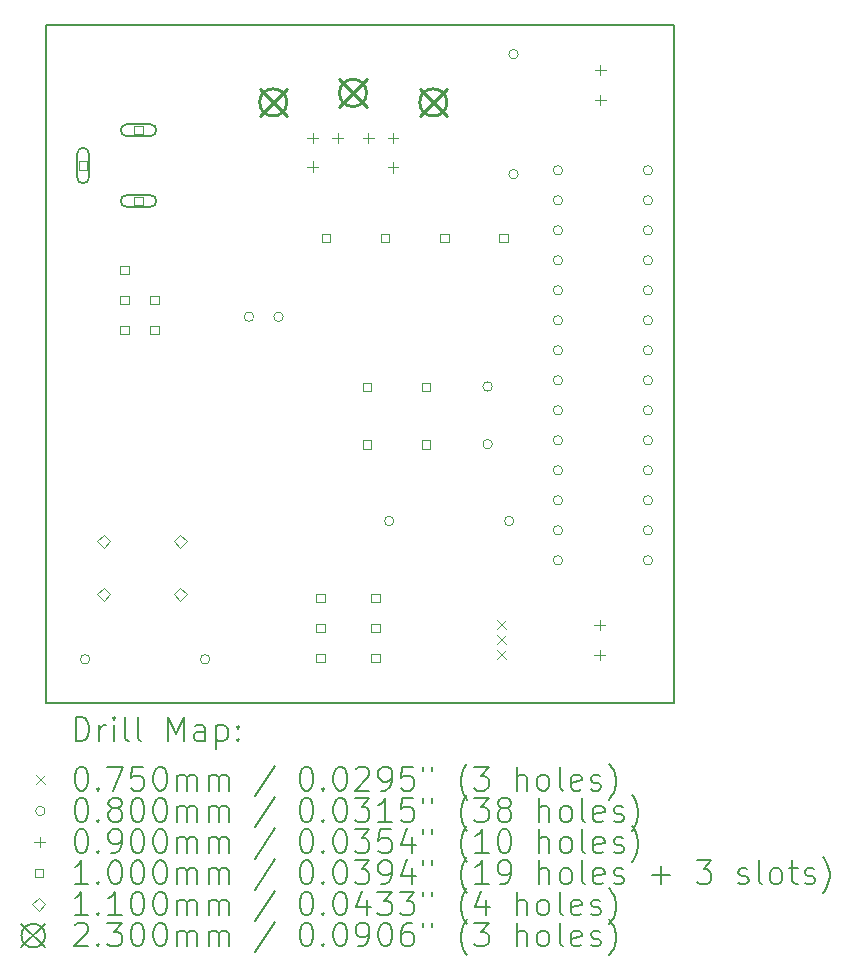
<source format=gbr>
%TF.GenerationSoftware,KiCad,Pcbnew,7.0.6*%
%TF.CreationDate,2024-10-13T07:30:52+02:00*%
%TF.ProjectId,KeybJr,4b657962-4a72-42e6-9b69-6361645f7063,rev?*%
%TF.SameCoordinates,Original*%
%TF.FileFunction,Drillmap*%
%TF.FilePolarity,Positive*%
%FSLAX45Y45*%
G04 Gerber Fmt 4.5, Leading zero omitted, Abs format (unit mm)*
G04 Created by KiCad (PCBNEW 7.0.6) date 2024-10-13 07:30:52*
%MOMM*%
%LPD*%
G01*
G04 APERTURE LIST*
%ADD10C,0.200000*%
%ADD11C,0.075000*%
%ADD12C,0.080000*%
%ADD13C,0.090000*%
%ADD14C,0.100000*%
%ADD15C,0.110000*%
%ADD16C,0.230000*%
G04 APERTURE END LIST*
D10*
X10008500Y-4296000D02*
X15325000Y-4296000D01*
X15325000Y-10040000D01*
X10008500Y-10040000D01*
X10008500Y-4296000D01*
D11*
X13823500Y-9340500D02*
X13898500Y-9415500D01*
X13898500Y-9340500D02*
X13823500Y-9415500D01*
X13823500Y-9467500D02*
X13898500Y-9542500D01*
X13898500Y-9467500D02*
X13823500Y-9542500D01*
X13823500Y-9594500D02*
X13898500Y-9669500D01*
X13898500Y-9594500D02*
X13823500Y-9669500D01*
D12*
X10377000Y-9670000D02*
G75*
G03*
X10377000Y-9670000I-40000J0D01*
G01*
X11393000Y-9670000D02*
G75*
G03*
X11393000Y-9670000I-40000J0D01*
G01*
X11765000Y-6770000D02*
G75*
G03*
X11765000Y-6770000I-40000J0D01*
G01*
X12015000Y-6770000D02*
G75*
G03*
X12015000Y-6770000I-40000J0D01*
G01*
X12952000Y-8500000D02*
G75*
G03*
X12952000Y-8500000I-40000J0D01*
G01*
X13785000Y-7360000D02*
G75*
G03*
X13785000Y-7360000I-40000J0D01*
G01*
X13785000Y-7848000D02*
G75*
G03*
X13785000Y-7848000I-40000J0D01*
G01*
X13968000Y-8500000D02*
G75*
G03*
X13968000Y-8500000I-40000J0D01*
G01*
X14005000Y-4547000D02*
G75*
G03*
X14005000Y-4547000I-40000J0D01*
G01*
X14005000Y-5563000D02*
G75*
G03*
X14005000Y-5563000I-40000J0D01*
G01*
X14380000Y-5530000D02*
G75*
G03*
X14380000Y-5530000I-40000J0D01*
G01*
X14380000Y-5784000D02*
G75*
G03*
X14380000Y-5784000I-40000J0D01*
G01*
X14380000Y-6038000D02*
G75*
G03*
X14380000Y-6038000I-40000J0D01*
G01*
X14380000Y-6292000D02*
G75*
G03*
X14380000Y-6292000I-40000J0D01*
G01*
X14380000Y-6546000D02*
G75*
G03*
X14380000Y-6546000I-40000J0D01*
G01*
X14380000Y-6800000D02*
G75*
G03*
X14380000Y-6800000I-40000J0D01*
G01*
X14380000Y-7054000D02*
G75*
G03*
X14380000Y-7054000I-40000J0D01*
G01*
X14380000Y-7308000D02*
G75*
G03*
X14380000Y-7308000I-40000J0D01*
G01*
X14380000Y-7562000D02*
G75*
G03*
X14380000Y-7562000I-40000J0D01*
G01*
X14380000Y-7816000D02*
G75*
G03*
X14380000Y-7816000I-40000J0D01*
G01*
X14380000Y-8070000D02*
G75*
G03*
X14380000Y-8070000I-40000J0D01*
G01*
X14380000Y-8324000D02*
G75*
G03*
X14380000Y-8324000I-40000J0D01*
G01*
X14380000Y-8578000D02*
G75*
G03*
X14380000Y-8578000I-40000J0D01*
G01*
X14380000Y-8832000D02*
G75*
G03*
X14380000Y-8832000I-40000J0D01*
G01*
X15142000Y-5530000D02*
G75*
G03*
X15142000Y-5530000I-40000J0D01*
G01*
X15142000Y-5784000D02*
G75*
G03*
X15142000Y-5784000I-40000J0D01*
G01*
X15142000Y-6038000D02*
G75*
G03*
X15142000Y-6038000I-40000J0D01*
G01*
X15142000Y-6292000D02*
G75*
G03*
X15142000Y-6292000I-40000J0D01*
G01*
X15142000Y-6546000D02*
G75*
G03*
X15142000Y-6546000I-40000J0D01*
G01*
X15142000Y-6800000D02*
G75*
G03*
X15142000Y-6800000I-40000J0D01*
G01*
X15142000Y-7054000D02*
G75*
G03*
X15142000Y-7054000I-40000J0D01*
G01*
X15142000Y-7308000D02*
G75*
G03*
X15142000Y-7308000I-40000J0D01*
G01*
X15142000Y-7562000D02*
G75*
G03*
X15142000Y-7562000I-40000J0D01*
G01*
X15142000Y-7816000D02*
G75*
G03*
X15142000Y-7816000I-40000J0D01*
G01*
X15142000Y-8070000D02*
G75*
G03*
X15142000Y-8070000I-40000J0D01*
G01*
X15142000Y-8324000D02*
G75*
G03*
X15142000Y-8324000I-40000J0D01*
G01*
X15142000Y-8578000D02*
G75*
G03*
X15142000Y-8578000I-40000J0D01*
G01*
X15142000Y-8832000D02*
G75*
G03*
X15142000Y-8832000I-40000J0D01*
G01*
D13*
X12265000Y-5210000D02*
X12265000Y-5300000D01*
X12220000Y-5255000D02*
X12310000Y-5255000D01*
X12265000Y-5455000D02*
X12265000Y-5545000D01*
X12220000Y-5500000D02*
X12310000Y-5500000D01*
X12475000Y-5210000D02*
X12475000Y-5300000D01*
X12430000Y-5255000D02*
X12520000Y-5255000D01*
X12735000Y-5210000D02*
X12735000Y-5300000D01*
X12690000Y-5255000D02*
X12780000Y-5255000D01*
X12945000Y-5210000D02*
X12945000Y-5300000D01*
X12900000Y-5255000D02*
X12990000Y-5255000D01*
X12945000Y-5460000D02*
X12945000Y-5550000D01*
X12900000Y-5505000D02*
X12990000Y-5505000D01*
X14695000Y-9336000D02*
X14695000Y-9426000D01*
X14650000Y-9381000D02*
X14740000Y-9381000D01*
X14695000Y-9590000D02*
X14695000Y-9680000D01*
X14650000Y-9635000D02*
X14740000Y-9635000D01*
X14700000Y-4635000D02*
X14700000Y-4725000D01*
X14655000Y-4680000D02*
X14745000Y-4680000D01*
X14700000Y-4889000D02*
X14700000Y-4979000D01*
X14655000Y-4934000D02*
X14745000Y-4934000D01*
D14*
X10355356Y-5525356D02*
X10355356Y-5454644D01*
X10284644Y-5454644D01*
X10284644Y-5525356D01*
X10355356Y-5525356D01*
D10*
X10270000Y-5390000D02*
X10270000Y-5590000D01*
X10270000Y-5590000D02*
G75*
G03*
X10370000Y-5590000I50000J0D01*
G01*
X10370000Y-5590000D02*
X10370000Y-5390000D01*
X10370000Y-5390000D02*
G75*
G03*
X10270000Y-5390000I-50000J0D01*
G01*
D14*
X10705356Y-6411356D02*
X10705356Y-6340644D01*
X10634644Y-6340644D01*
X10634644Y-6411356D01*
X10705356Y-6411356D01*
X10705356Y-6665356D02*
X10705356Y-6594644D01*
X10634644Y-6594644D01*
X10634644Y-6665356D01*
X10705356Y-6665356D01*
X10705356Y-6919356D02*
X10705356Y-6848644D01*
X10634644Y-6848644D01*
X10634644Y-6919356D01*
X10705356Y-6919356D01*
X10825356Y-5225356D02*
X10825356Y-5154644D01*
X10754644Y-5154644D01*
X10754644Y-5225356D01*
X10825356Y-5225356D01*
D10*
X10890000Y-5140000D02*
X10690000Y-5140000D01*
X10690000Y-5140000D02*
G75*
G03*
X10690000Y-5240000I0J-50000D01*
G01*
X10690000Y-5240000D02*
X10890000Y-5240000D01*
X10890000Y-5240000D02*
G75*
G03*
X10890000Y-5140000I0J50000D01*
G01*
D14*
X10825356Y-5825356D02*
X10825356Y-5754644D01*
X10754644Y-5754644D01*
X10754644Y-5825356D01*
X10825356Y-5825356D01*
D10*
X10890000Y-5740000D02*
X10690000Y-5740000D01*
X10690000Y-5740000D02*
G75*
G03*
X10690000Y-5840000I0J-50000D01*
G01*
X10690000Y-5840000D02*
X10890000Y-5840000D01*
X10890000Y-5840000D02*
G75*
G03*
X10890000Y-5740000I0J50000D01*
G01*
D14*
X10959356Y-6665356D02*
X10959356Y-6594644D01*
X10888644Y-6594644D01*
X10888644Y-6665356D01*
X10959356Y-6665356D01*
X10959356Y-6919356D02*
X10959356Y-6848644D01*
X10888644Y-6848644D01*
X10888644Y-6919356D01*
X10959356Y-6919356D01*
X12365356Y-9185356D02*
X12365356Y-9114644D01*
X12294644Y-9114644D01*
X12294644Y-9185356D01*
X12365356Y-9185356D01*
X12365356Y-9439356D02*
X12365356Y-9368644D01*
X12294644Y-9368644D01*
X12294644Y-9439356D01*
X12365356Y-9439356D01*
X12365356Y-9693356D02*
X12365356Y-9622644D01*
X12294644Y-9622644D01*
X12294644Y-9693356D01*
X12365356Y-9693356D01*
X12410356Y-6140356D02*
X12410356Y-6069644D01*
X12339644Y-6069644D01*
X12339644Y-6140356D01*
X12410356Y-6140356D01*
X12760356Y-7400356D02*
X12760356Y-7329644D01*
X12689644Y-7329644D01*
X12689644Y-7400356D01*
X12760356Y-7400356D01*
X12760356Y-7885356D02*
X12760356Y-7814644D01*
X12689644Y-7814644D01*
X12689644Y-7885356D01*
X12760356Y-7885356D01*
X12830356Y-9185356D02*
X12830356Y-9114644D01*
X12759644Y-9114644D01*
X12759644Y-9185356D01*
X12830356Y-9185356D01*
X12830356Y-9439356D02*
X12830356Y-9368644D01*
X12759644Y-9368644D01*
X12759644Y-9439356D01*
X12830356Y-9439356D01*
X12830356Y-9693356D02*
X12830356Y-9622644D01*
X12759644Y-9622644D01*
X12759644Y-9693356D01*
X12830356Y-9693356D01*
X12910356Y-6140356D02*
X12910356Y-6069644D01*
X12839644Y-6069644D01*
X12839644Y-6140356D01*
X12910356Y-6140356D01*
X13260356Y-7400356D02*
X13260356Y-7329644D01*
X13189644Y-7329644D01*
X13189644Y-7400356D01*
X13260356Y-7400356D01*
X13260356Y-7885356D02*
X13260356Y-7814644D01*
X13189644Y-7814644D01*
X13189644Y-7885356D01*
X13260356Y-7885356D01*
X13415356Y-6140356D02*
X13415356Y-6069644D01*
X13344644Y-6069644D01*
X13344644Y-6140356D01*
X13415356Y-6140356D01*
X13915356Y-6140356D02*
X13915356Y-6069644D01*
X13844644Y-6069644D01*
X13844644Y-6140356D01*
X13915356Y-6140356D01*
D15*
X10495000Y-8725000D02*
X10550000Y-8670000D01*
X10495000Y-8615000D01*
X10440000Y-8670000D01*
X10495000Y-8725000D01*
X10495000Y-9175000D02*
X10550000Y-9120000D01*
X10495000Y-9065000D01*
X10440000Y-9120000D01*
X10495000Y-9175000D01*
X11145000Y-8725000D02*
X11200000Y-8670000D01*
X11145000Y-8615000D01*
X11090000Y-8670000D01*
X11145000Y-8725000D01*
X11145000Y-9175000D02*
X11200000Y-9120000D01*
X11145000Y-9065000D01*
X11090000Y-9120000D01*
X11145000Y-9175000D01*
D16*
X11815000Y-4840000D02*
X12045000Y-5070000D01*
X12045000Y-4840000D02*
X11815000Y-5070000D01*
X12045000Y-4955000D02*
G75*
G03*
X12045000Y-4955000I-115000J0D01*
G01*
X12490000Y-4760000D02*
X12720000Y-4990000D01*
X12720000Y-4760000D02*
X12490000Y-4990000D01*
X12720000Y-4875000D02*
G75*
G03*
X12720000Y-4875000I-115000J0D01*
G01*
X13170000Y-4840000D02*
X13400000Y-5070000D01*
X13400000Y-4840000D02*
X13170000Y-5070000D01*
X13400000Y-4955000D02*
G75*
G03*
X13400000Y-4955000I-115000J0D01*
G01*
D10*
X10259277Y-10361484D02*
X10259277Y-10161484D01*
X10259277Y-10161484D02*
X10306896Y-10161484D01*
X10306896Y-10161484D02*
X10335467Y-10171008D01*
X10335467Y-10171008D02*
X10354515Y-10190055D01*
X10354515Y-10190055D02*
X10364039Y-10209103D01*
X10364039Y-10209103D02*
X10373563Y-10247198D01*
X10373563Y-10247198D02*
X10373563Y-10275770D01*
X10373563Y-10275770D02*
X10364039Y-10313865D01*
X10364039Y-10313865D02*
X10354515Y-10332912D01*
X10354515Y-10332912D02*
X10335467Y-10351960D01*
X10335467Y-10351960D02*
X10306896Y-10361484D01*
X10306896Y-10361484D02*
X10259277Y-10361484D01*
X10459277Y-10361484D02*
X10459277Y-10228150D01*
X10459277Y-10266246D02*
X10468801Y-10247198D01*
X10468801Y-10247198D02*
X10478324Y-10237674D01*
X10478324Y-10237674D02*
X10497372Y-10228150D01*
X10497372Y-10228150D02*
X10516420Y-10228150D01*
X10583086Y-10361484D02*
X10583086Y-10228150D01*
X10583086Y-10161484D02*
X10573563Y-10171008D01*
X10573563Y-10171008D02*
X10583086Y-10180531D01*
X10583086Y-10180531D02*
X10592610Y-10171008D01*
X10592610Y-10171008D02*
X10583086Y-10161484D01*
X10583086Y-10161484D02*
X10583086Y-10180531D01*
X10706896Y-10361484D02*
X10687848Y-10351960D01*
X10687848Y-10351960D02*
X10678324Y-10332912D01*
X10678324Y-10332912D02*
X10678324Y-10161484D01*
X10811658Y-10361484D02*
X10792610Y-10351960D01*
X10792610Y-10351960D02*
X10783086Y-10332912D01*
X10783086Y-10332912D02*
X10783086Y-10161484D01*
X11040229Y-10361484D02*
X11040229Y-10161484D01*
X11040229Y-10161484D02*
X11106896Y-10304341D01*
X11106896Y-10304341D02*
X11173563Y-10161484D01*
X11173563Y-10161484D02*
X11173563Y-10361484D01*
X11354515Y-10361484D02*
X11354515Y-10256722D01*
X11354515Y-10256722D02*
X11344991Y-10237674D01*
X11344991Y-10237674D02*
X11325943Y-10228150D01*
X11325943Y-10228150D02*
X11287848Y-10228150D01*
X11287848Y-10228150D02*
X11268801Y-10237674D01*
X11354515Y-10351960D02*
X11335467Y-10361484D01*
X11335467Y-10361484D02*
X11287848Y-10361484D01*
X11287848Y-10361484D02*
X11268801Y-10351960D01*
X11268801Y-10351960D02*
X11259277Y-10332912D01*
X11259277Y-10332912D02*
X11259277Y-10313865D01*
X11259277Y-10313865D02*
X11268801Y-10294817D01*
X11268801Y-10294817D02*
X11287848Y-10285293D01*
X11287848Y-10285293D02*
X11335467Y-10285293D01*
X11335467Y-10285293D02*
X11354515Y-10275770D01*
X11449753Y-10228150D02*
X11449753Y-10428150D01*
X11449753Y-10237674D02*
X11468801Y-10228150D01*
X11468801Y-10228150D02*
X11506896Y-10228150D01*
X11506896Y-10228150D02*
X11525943Y-10237674D01*
X11525943Y-10237674D02*
X11535467Y-10247198D01*
X11535467Y-10247198D02*
X11544991Y-10266246D01*
X11544991Y-10266246D02*
X11544991Y-10323389D01*
X11544991Y-10323389D02*
X11535467Y-10342436D01*
X11535467Y-10342436D02*
X11525943Y-10351960D01*
X11525943Y-10351960D02*
X11506896Y-10361484D01*
X11506896Y-10361484D02*
X11468801Y-10361484D01*
X11468801Y-10361484D02*
X11449753Y-10351960D01*
X11630705Y-10342436D02*
X11640229Y-10351960D01*
X11640229Y-10351960D02*
X11630705Y-10361484D01*
X11630705Y-10361484D02*
X11621182Y-10351960D01*
X11621182Y-10351960D02*
X11630705Y-10342436D01*
X11630705Y-10342436D02*
X11630705Y-10361484D01*
X11630705Y-10237674D02*
X11640229Y-10247198D01*
X11640229Y-10247198D02*
X11630705Y-10256722D01*
X11630705Y-10256722D02*
X11621182Y-10247198D01*
X11621182Y-10247198D02*
X11630705Y-10237674D01*
X11630705Y-10237674D02*
X11630705Y-10256722D01*
D11*
X9923500Y-10652500D02*
X9998500Y-10727500D01*
X9998500Y-10652500D02*
X9923500Y-10727500D01*
D10*
X10297372Y-10581484D02*
X10316420Y-10581484D01*
X10316420Y-10581484D02*
X10335467Y-10591008D01*
X10335467Y-10591008D02*
X10344991Y-10600531D01*
X10344991Y-10600531D02*
X10354515Y-10619579D01*
X10354515Y-10619579D02*
X10364039Y-10657674D01*
X10364039Y-10657674D02*
X10364039Y-10705293D01*
X10364039Y-10705293D02*
X10354515Y-10743389D01*
X10354515Y-10743389D02*
X10344991Y-10762436D01*
X10344991Y-10762436D02*
X10335467Y-10771960D01*
X10335467Y-10771960D02*
X10316420Y-10781484D01*
X10316420Y-10781484D02*
X10297372Y-10781484D01*
X10297372Y-10781484D02*
X10278324Y-10771960D01*
X10278324Y-10771960D02*
X10268801Y-10762436D01*
X10268801Y-10762436D02*
X10259277Y-10743389D01*
X10259277Y-10743389D02*
X10249753Y-10705293D01*
X10249753Y-10705293D02*
X10249753Y-10657674D01*
X10249753Y-10657674D02*
X10259277Y-10619579D01*
X10259277Y-10619579D02*
X10268801Y-10600531D01*
X10268801Y-10600531D02*
X10278324Y-10591008D01*
X10278324Y-10591008D02*
X10297372Y-10581484D01*
X10449753Y-10762436D02*
X10459277Y-10771960D01*
X10459277Y-10771960D02*
X10449753Y-10781484D01*
X10449753Y-10781484D02*
X10440229Y-10771960D01*
X10440229Y-10771960D02*
X10449753Y-10762436D01*
X10449753Y-10762436D02*
X10449753Y-10781484D01*
X10525944Y-10581484D02*
X10659277Y-10581484D01*
X10659277Y-10581484D02*
X10573563Y-10781484D01*
X10830705Y-10581484D02*
X10735467Y-10581484D01*
X10735467Y-10581484D02*
X10725944Y-10676722D01*
X10725944Y-10676722D02*
X10735467Y-10667198D01*
X10735467Y-10667198D02*
X10754515Y-10657674D01*
X10754515Y-10657674D02*
X10802134Y-10657674D01*
X10802134Y-10657674D02*
X10821182Y-10667198D01*
X10821182Y-10667198D02*
X10830705Y-10676722D01*
X10830705Y-10676722D02*
X10840229Y-10695770D01*
X10840229Y-10695770D02*
X10840229Y-10743389D01*
X10840229Y-10743389D02*
X10830705Y-10762436D01*
X10830705Y-10762436D02*
X10821182Y-10771960D01*
X10821182Y-10771960D02*
X10802134Y-10781484D01*
X10802134Y-10781484D02*
X10754515Y-10781484D01*
X10754515Y-10781484D02*
X10735467Y-10771960D01*
X10735467Y-10771960D02*
X10725944Y-10762436D01*
X10964039Y-10581484D02*
X10983086Y-10581484D01*
X10983086Y-10581484D02*
X11002134Y-10591008D01*
X11002134Y-10591008D02*
X11011658Y-10600531D01*
X11011658Y-10600531D02*
X11021182Y-10619579D01*
X11021182Y-10619579D02*
X11030705Y-10657674D01*
X11030705Y-10657674D02*
X11030705Y-10705293D01*
X11030705Y-10705293D02*
X11021182Y-10743389D01*
X11021182Y-10743389D02*
X11011658Y-10762436D01*
X11011658Y-10762436D02*
X11002134Y-10771960D01*
X11002134Y-10771960D02*
X10983086Y-10781484D01*
X10983086Y-10781484D02*
X10964039Y-10781484D01*
X10964039Y-10781484D02*
X10944991Y-10771960D01*
X10944991Y-10771960D02*
X10935467Y-10762436D01*
X10935467Y-10762436D02*
X10925944Y-10743389D01*
X10925944Y-10743389D02*
X10916420Y-10705293D01*
X10916420Y-10705293D02*
X10916420Y-10657674D01*
X10916420Y-10657674D02*
X10925944Y-10619579D01*
X10925944Y-10619579D02*
X10935467Y-10600531D01*
X10935467Y-10600531D02*
X10944991Y-10591008D01*
X10944991Y-10591008D02*
X10964039Y-10581484D01*
X11116420Y-10781484D02*
X11116420Y-10648150D01*
X11116420Y-10667198D02*
X11125944Y-10657674D01*
X11125944Y-10657674D02*
X11144991Y-10648150D01*
X11144991Y-10648150D02*
X11173563Y-10648150D01*
X11173563Y-10648150D02*
X11192610Y-10657674D01*
X11192610Y-10657674D02*
X11202134Y-10676722D01*
X11202134Y-10676722D02*
X11202134Y-10781484D01*
X11202134Y-10676722D02*
X11211658Y-10657674D01*
X11211658Y-10657674D02*
X11230705Y-10648150D01*
X11230705Y-10648150D02*
X11259277Y-10648150D01*
X11259277Y-10648150D02*
X11278324Y-10657674D01*
X11278324Y-10657674D02*
X11287848Y-10676722D01*
X11287848Y-10676722D02*
X11287848Y-10781484D01*
X11383086Y-10781484D02*
X11383086Y-10648150D01*
X11383086Y-10667198D02*
X11392610Y-10657674D01*
X11392610Y-10657674D02*
X11411658Y-10648150D01*
X11411658Y-10648150D02*
X11440229Y-10648150D01*
X11440229Y-10648150D02*
X11459277Y-10657674D01*
X11459277Y-10657674D02*
X11468801Y-10676722D01*
X11468801Y-10676722D02*
X11468801Y-10781484D01*
X11468801Y-10676722D02*
X11478324Y-10657674D01*
X11478324Y-10657674D02*
X11497372Y-10648150D01*
X11497372Y-10648150D02*
X11525943Y-10648150D01*
X11525943Y-10648150D02*
X11544991Y-10657674D01*
X11544991Y-10657674D02*
X11554515Y-10676722D01*
X11554515Y-10676722D02*
X11554515Y-10781484D01*
X11944991Y-10571960D02*
X11773563Y-10829103D01*
X12202134Y-10581484D02*
X12221182Y-10581484D01*
X12221182Y-10581484D02*
X12240229Y-10591008D01*
X12240229Y-10591008D02*
X12249753Y-10600531D01*
X12249753Y-10600531D02*
X12259277Y-10619579D01*
X12259277Y-10619579D02*
X12268801Y-10657674D01*
X12268801Y-10657674D02*
X12268801Y-10705293D01*
X12268801Y-10705293D02*
X12259277Y-10743389D01*
X12259277Y-10743389D02*
X12249753Y-10762436D01*
X12249753Y-10762436D02*
X12240229Y-10771960D01*
X12240229Y-10771960D02*
X12221182Y-10781484D01*
X12221182Y-10781484D02*
X12202134Y-10781484D01*
X12202134Y-10781484D02*
X12183086Y-10771960D01*
X12183086Y-10771960D02*
X12173563Y-10762436D01*
X12173563Y-10762436D02*
X12164039Y-10743389D01*
X12164039Y-10743389D02*
X12154515Y-10705293D01*
X12154515Y-10705293D02*
X12154515Y-10657674D01*
X12154515Y-10657674D02*
X12164039Y-10619579D01*
X12164039Y-10619579D02*
X12173563Y-10600531D01*
X12173563Y-10600531D02*
X12183086Y-10591008D01*
X12183086Y-10591008D02*
X12202134Y-10581484D01*
X12354515Y-10762436D02*
X12364039Y-10771960D01*
X12364039Y-10771960D02*
X12354515Y-10781484D01*
X12354515Y-10781484D02*
X12344991Y-10771960D01*
X12344991Y-10771960D02*
X12354515Y-10762436D01*
X12354515Y-10762436D02*
X12354515Y-10781484D01*
X12487848Y-10581484D02*
X12506896Y-10581484D01*
X12506896Y-10581484D02*
X12525944Y-10591008D01*
X12525944Y-10591008D02*
X12535467Y-10600531D01*
X12535467Y-10600531D02*
X12544991Y-10619579D01*
X12544991Y-10619579D02*
X12554515Y-10657674D01*
X12554515Y-10657674D02*
X12554515Y-10705293D01*
X12554515Y-10705293D02*
X12544991Y-10743389D01*
X12544991Y-10743389D02*
X12535467Y-10762436D01*
X12535467Y-10762436D02*
X12525944Y-10771960D01*
X12525944Y-10771960D02*
X12506896Y-10781484D01*
X12506896Y-10781484D02*
X12487848Y-10781484D01*
X12487848Y-10781484D02*
X12468801Y-10771960D01*
X12468801Y-10771960D02*
X12459277Y-10762436D01*
X12459277Y-10762436D02*
X12449753Y-10743389D01*
X12449753Y-10743389D02*
X12440229Y-10705293D01*
X12440229Y-10705293D02*
X12440229Y-10657674D01*
X12440229Y-10657674D02*
X12449753Y-10619579D01*
X12449753Y-10619579D02*
X12459277Y-10600531D01*
X12459277Y-10600531D02*
X12468801Y-10591008D01*
X12468801Y-10591008D02*
X12487848Y-10581484D01*
X12630706Y-10600531D02*
X12640229Y-10591008D01*
X12640229Y-10591008D02*
X12659277Y-10581484D01*
X12659277Y-10581484D02*
X12706896Y-10581484D01*
X12706896Y-10581484D02*
X12725944Y-10591008D01*
X12725944Y-10591008D02*
X12735467Y-10600531D01*
X12735467Y-10600531D02*
X12744991Y-10619579D01*
X12744991Y-10619579D02*
X12744991Y-10638627D01*
X12744991Y-10638627D02*
X12735467Y-10667198D01*
X12735467Y-10667198D02*
X12621182Y-10781484D01*
X12621182Y-10781484D02*
X12744991Y-10781484D01*
X12840229Y-10781484D02*
X12878325Y-10781484D01*
X12878325Y-10781484D02*
X12897372Y-10771960D01*
X12897372Y-10771960D02*
X12906896Y-10762436D01*
X12906896Y-10762436D02*
X12925944Y-10733865D01*
X12925944Y-10733865D02*
X12935467Y-10695770D01*
X12935467Y-10695770D02*
X12935467Y-10619579D01*
X12935467Y-10619579D02*
X12925944Y-10600531D01*
X12925944Y-10600531D02*
X12916420Y-10591008D01*
X12916420Y-10591008D02*
X12897372Y-10581484D01*
X12897372Y-10581484D02*
X12859277Y-10581484D01*
X12859277Y-10581484D02*
X12840229Y-10591008D01*
X12840229Y-10591008D02*
X12830706Y-10600531D01*
X12830706Y-10600531D02*
X12821182Y-10619579D01*
X12821182Y-10619579D02*
X12821182Y-10667198D01*
X12821182Y-10667198D02*
X12830706Y-10686246D01*
X12830706Y-10686246D02*
X12840229Y-10695770D01*
X12840229Y-10695770D02*
X12859277Y-10705293D01*
X12859277Y-10705293D02*
X12897372Y-10705293D01*
X12897372Y-10705293D02*
X12916420Y-10695770D01*
X12916420Y-10695770D02*
X12925944Y-10686246D01*
X12925944Y-10686246D02*
X12935467Y-10667198D01*
X13116420Y-10581484D02*
X13021182Y-10581484D01*
X13021182Y-10581484D02*
X13011658Y-10676722D01*
X13011658Y-10676722D02*
X13021182Y-10667198D01*
X13021182Y-10667198D02*
X13040229Y-10657674D01*
X13040229Y-10657674D02*
X13087848Y-10657674D01*
X13087848Y-10657674D02*
X13106896Y-10667198D01*
X13106896Y-10667198D02*
X13116420Y-10676722D01*
X13116420Y-10676722D02*
X13125944Y-10695770D01*
X13125944Y-10695770D02*
X13125944Y-10743389D01*
X13125944Y-10743389D02*
X13116420Y-10762436D01*
X13116420Y-10762436D02*
X13106896Y-10771960D01*
X13106896Y-10771960D02*
X13087848Y-10781484D01*
X13087848Y-10781484D02*
X13040229Y-10781484D01*
X13040229Y-10781484D02*
X13021182Y-10771960D01*
X13021182Y-10771960D02*
X13011658Y-10762436D01*
X13202134Y-10581484D02*
X13202134Y-10619579D01*
X13278325Y-10581484D02*
X13278325Y-10619579D01*
X13573563Y-10857674D02*
X13564039Y-10848150D01*
X13564039Y-10848150D02*
X13544991Y-10819579D01*
X13544991Y-10819579D02*
X13535468Y-10800531D01*
X13535468Y-10800531D02*
X13525944Y-10771960D01*
X13525944Y-10771960D02*
X13516420Y-10724341D01*
X13516420Y-10724341D02*
X13516420Y-10686246D01*
X13516420Y-10686246D02*
X13525944Y-10638627D01*
X13525944Y-10638627D02*
X13535468Y-10610055D01*
X13535468Y-10610055D02*
X13544991Y-10591008D01*
X13544991Y-10591008D02*
X13564039Y-10562436D01*
X13564039Y-10562436D02*
X13573563Y-10552912D01*
X13630706Y-10581484D02*
X13754515Y-10581484D01*
X13754515Y-10581484D02*
X13687848Y-10657674D01*
X13687848Y-10657674D02*
X13716420Y-10657674D01*
X13716420Y-10657674D02*
X13735468Y-10667198D01*
X13735468Y-10667198D02*
X13744991Y-10676722D01*
X13744991Y-10676722D02*
X13754515Y-10695770D01*
X13754515Y-10695770D02*
X13754515Y-10743389D01*
X13754515Y-10743389D02*
X13744991Y-10762436D01*
X13744991Y-10762436D02*
X13735468Y-10771960D01*
X13735468Y-10771960D02*
X13716420Y-10781484D01*
X13716420Y-10781484D02*
X13659277Y-10781484D01*
X13659277Y-10781484D02*
X13640229Y-10771960D01*
X13640229Y-10771960D02*
X13630706Y-10762436D01*
X13992610Y-10781484D02*
X13992610Y-10581484D01*
X14078325Y-10781484D02*
X14078325Y-10676722D01*
X14078325Y-10676722D02*
X14068801Y-10657674D01*
X14068801Y-10657674D02*
X14049753Y-10648150D01*
X14049753Y-10648150D02*
X14021182Y-10648150D01*
X14021182Y-10648150D02*
X14002134Y-10657674D01*
X14002134Y-10657674D02*
X13992610Y-10667198D01*
X14202134Y-10781484D02*
X14183087Y-10771960D01*
X14183087Y-10771960D02*
X14173563Y-10762436D01*
X14173563Y-10762436D02*
X14164039Y-10743389D01*
X14164039Y-10743389D02*
X14164039Y-10686246D01*
X14164039Y-10686246D02*
X14173563Y-10667198D01*
X14173563Y-10667198D02*
X14183087Y-10657674D01*
X14183087Y-10657674D02*
X14202134Y-10648150D01*
X14202134Y-10648150D02*
X14230706Y-10648150D01*
X14230706Y-10648150D02*
X14249753Y-10657674D01*
X14249753Y-10657674D02*
X14259277Y-10667198D01*
X14259277Y-10667198D02*
X14268801Y-10686246D01*
X14268801Y-10686246D02*
X14268801Y-10743389D01*
X14268801Y-10743389D02*
X14259277Y-10762436D01*
X14259277Y-10762436D02*
X14249753Y-10771960D01*
X14249753Y-10771960D02*
X14230706Y-10781484D01*
X14230706Y-10781484D02*
X14202134Y-10781484D01*
X14383087Y-10781484D02*
X14364039Y-10771960D01*
X14364039Y-10771960D02*
X14354515Y-10752912D01*
X14354515Y-10752912D02*
X14354515Y-10581484D01*
X14535468Y-10771960D02*
X14516420Y-10781484D01*
X14516420Y-10781484D02*
X14478325Y-10781484D01*
X14478325Y-10781484D02*
X14459277Y-10771960D01*
X14459277Y-10771960D02*
X14449753Y-10752912D01*
X14449753Y-10752912D02*
X14449753Y-10676722D01*
X14449753Y-10676722D02*
X14459277Y-10657674D01*
X14459277Y-10657674D02*
X14478325Y-10648150D01*
X14478325Y-10648150D02*
X14516420Y-10648150D01*
X14516420Y-10648150D02*
X14535468Y-10657674D01*
X14535468Y-10657674D02*
X14544991Y-10676722D01*
X14544991Y-10676722D02*
X14544991Y-10695770D01*
X14544991Y-10695770D02*
X14449753Y-10714817D01*
X14621182Y-10771960D02*
X14640230Y-10781484D01*
X14640230Y-10781484D02*
X14678325Y-10781484D01*
X14678325Y-10781484D02*
X14697372Y-10771960D01*
X14697372Y-10771960D02*
X14706896Y-10752912D01*
X14706896Y-10752912D02*
X14706896Y-10743389D01*
X14706896Y-10743389D02*
X14697372Y-10724341D01*
X14697372Y-10724341D02*
X14678325Y-10714817D01*
X14678325Y-10714817D02*
X14649753Y-10714817D01*
X14649753Y-10714817D02*
X14630706Y-10705293D01*
X14630706Y-10705293D02*
X14621182Y-10686246D01*
X14621182Y-10686246D02*
X14621182Y-10676722D01*
X14621182Y-10676722D02*
X14630706Y-10657674D01*
X14630706Y-10657674D02*
X14649753Y-10648150D01*
X14649753Y-10648150D02*
X14678325Y-10648150D01*
X14678325Y-10648150D02*
X14697372Y-10657674D01*
X14773563Y-10857674D02*
X14783087Y-10848150D01*
X14783087Y-10848150D02*
X14802134Y-10819579D01*
X14802134Y-10819579D02*
X14811658Y-10800531D01*
X14811658Y-10800531D02*
X14821182Y-10771960D01*
X14821182Y-10771960D02*
X14830706Y-10724341D01*
X14830706Y-10724341D02*
X14830706Y-10686246D01*
X14830706Y-10686246D02*
X14821182Y-10638627D01*
X14821182Y-10638627D02*
X14811658Y-10610055D01*
X14811658Y-10610055D02*
X14802134Y-10591008D01*
X14802134Y-10591008D02*
X14783087Y-10562436D01*
X14783087Y-10562436D02*
X14773563Y-10552912D01*
D12*
X9998500Y-10954000D02*
G75*
G03*
X9998500Y-10954000I-40000J0D01*
G01*
D10*
X10297372Y-10845484D02*
X10316420Y-10845484D01*
X10316420Y-10845484D02*
X10335467Y-10855008D01*
X10335467Y-10855008D02*
X10344991Y-10864531D01*
X10344991Y-10864531D02*
X10354515Y-10883579D01*
X10354515Y-10883579D02*
X10364039Y-10921674D01*
X10364039Y-10921674D02*
X10364039Y-10969293D01*
X10364039Y-10969293D02*
X10354515Y-11007389D01*
X10354515Y-11007389D02*
X10344991Y-11026436D01*
X10344991Y-11026436D02*
X10335467Y-11035960D01*
X10335467Y-11035960D02*
X10316420Y-11045484D01*
X10316420Y-11045484D02*
X10297372Y-11045484D01*
X10297372Y-11045484D02*
X10278324Y-11035960D01*
X10278324Y-11035960D02*
X10268801Y-11026436D01*
X10268801Y-11026436D02*
X10259277Y-11007389D01*
X10259277Y-11007389D02*
X10249753Y-10969293D01*
X10249753Y-10969293D02*
X10249753Y-10921674D01*
X10249753Y-10921674D02*
X10259277Y-10883579D01*
X10259277Y-10883579D02*
X10268801Y-10864531D01*
X10268801Y-10864531D02*
X10278324Y-10855008D01*
X10278324Y-10855008D02*
X10297372Y-10845484D01*
X10449753Y-11026436D02*
X10459277Y-11035960D01*
X10459277Y-11035960D02*
X10449753Y-11045484D01*
X10449753Y-11045484D02*
X10440229Y-11035960D01*
X10440229Y-11035960D02*
X10449753Y-11026436D01*
X10449753Y-11026436D02*
X10449753Y-11045484D01*
X10573563Y-10931198D02*
X10554515Y-10921674D01*
X10554515Y-10921674D02*
X10544991Y-10912150D01*
X10544991Y-10912150D02*
X10535467Y-10893103D01*
X10535467Y-10893103D02*
X10535467Y-10883579D01*
X10535467Y-10883579D02*
X10544991Y-10864531D01*
X10544991Y-10864531D02*
X10554515Y-10855008D01*
X10554515Y-10855008D02*
X10573563Y-10845484D01*
X10573563Y-10845484D02*
X10611658Y-10845484D01*
X10611658Y-10845484D02*
X10630705Y-10855008D01*
X10630705Y-10855008D02*
X10640229Y-10864531D01*
X10640229Y-10864531D02*
X10649753Y-10883579D01*
X10649753Y-10883579D02*
X10649753Y-10893103D01*
X10649753Y-10893103D02*
X10640229Y-10912150D01*
X10640229Y-10912150D02*
X10630705Y-10921674D01*
X10630705Y-10921674D02*
X10611658Y-10931198D01*
X10611658Y-10931198D02*
X10573563Y-10931198D01*
X10573563Y-10931198D02*
X10554515Y-10940722D01*
X10554515Y-10940722D02*
X10544991Y-10950246D01*
X10544991Y-10950246D02*
X10535467Y-10969293D01*
X10535467Y-10969293D02*
X10535467Y-11007389D01*
X10535467Y-11007389D02*
X10544991Y-11026436D01*
X10544991Y-11026436D02*
X10554515Y-11035960D01*
X10554515Y-11035960D02*
X10573563Y-11045484D01*
X10573563Y-11045484D02*
X10611658Y-11045484D01*
X10611658Y-11045484D02*
X10630705Y-11035960D01*
X10630705Y-11035960D02*
X10640229Y-11026436D01*
X10640229Y-11026436D02*
X10649753Y-11007389D01*
X10649753Y-11007389D02*
X10649753Y-10969293D01*
X10649753Y-10969293D02*
X10640229Y-10950246D01*
X10640229Y-10950246D02*
X10630705Y-10940722D01*
X10630705Y-10940722D02*
X10611658Y-10931198D01*
X10773563Y-10845484D02*
X10792610Y-10845484D01*
X10792610Y-10845484D02*
X10811658Y-10855008D01*
X10811658Y-10855008D02*
X10821182Y-10864531D01*
X10821182Y-10864531D02*
X10830705Y-10883579D01*
X10830705Y-10883579D02*
X10840229Y-10921674D01*
X10840229Y-10921674D02*
X10840229Y-10969293D01*
X10840229Y-10969293D02*
X10830705Y-11007389D01*
X10830705Y-11007389D02*
X10821182Y-11026436D01*
X10821182Y-11026436D02*
X10811658Y-11035960D01*
X10811658Y-11035960D02*
X10792610Y-11045484D01*
X10792610Y-11045484D02*
X10773563Y-11045484D01*
X10773563Y-11045484D02*
X10754515Y-11035960D01*
X10754515Y-11035960D02*
X10744991Y-11026436D01*
X10744991Y-11026436D02*
X10735467Y-11007389D01*
X10735467Y-11007389D02*
X10725944Y-10969293D01*
X10725944Y-10969293D02*
X10725944Y-10921674D01*
X10725944Y-10921674D02*
X10735467Y-10883579D01*
X10735467Y-10883579D02*
X10744991Y-10864531D01*
X10744991Y-10864531D02*
X10754515Y-10855008D01*
X10754515Y-10855008D02*
X10773563Y-10845484D01*
X10964039Y-10845484D02*
X10983086Y-10845484D01*
X10983086Y-10845484D02*
X11002134Y-10855008D01*
X11002134Y-10855008D02*
X11011658Y-10864531D01*
X11011658Y-10864531D02*
X11021182Y-10883579D01*
X11021182Y-10883579D02*
X11030705Y-10921674D01*
X11030705Y-10921674D02*
X11030705Y-10969293D01*
X11030705Y-10969293D02*
X11021182Y-11007389D01*
X11021182Y-11007389D02*
X11011658Y-11026436D01*
X11011658Y-11026436D02*
X11002134Y-11035960D01*
X11002134Y-11035960D02*
X10983086Y-11045484D01*
X10983086Y-11045484D02*
X10964039Y-11045484D01*
X10964039Y-11045484D02*
X10944991Y-11035960D01*
X10944991Y-11035960D02*
X10935467Y-11026436D01*
X10935467Y-11026436D02*
X10925944Y-11007389D01*
X10925944Y-11007389D02*
X10916420Y-10969293D01*
X10916420Y-10969293D02*
X10916420Y-10921674D01*
X10916420Y-10921674D02*
X10925944Y-10883579D01*
X10925944Y-10883579D02*
X10935467Y-10864531D01*
X10935467Y-10864531D02*
X10944991Y-10855008D01*
X10944991Y-10855008D02*
X10964039Y-10845484D01*
X11116420Y-11045484D02*
X11116420Y-10912150D01*
X11116420Y-10931198D02*
X11125944Y-10921674D01*
X11125944Y-10921674D02*
X11144991Y-10912150D01*
X11144991Y-10912150D02*
X11173563Y-10912150D01*
X11173563Y-10912150D02*
X11192610Y-10921674D01*
X11192610Y-10921674D02*
X11202134Y-10940722D01*
X11202134Y-10940722D02*
X11202134Y-11045484D01*
X11202134Y-10940722D02*
X11211658Y-10921674D01*
X11211658Y-10921674D02*
X11230705Y-10912150D01*
X11230705Y-10912150D02*
X11259277Y-10912150D01*
X11259277Y-10912150D02*
X11278324Y-10921674D01*
X11278324Y-10921674D02*
X11287848Y-10940722D01*
X11287848Y-10940722D02*
X11287848Y-11045484D01*
X11383086Y-11045484D02*
X11383086Y-10912150D01*
X11383086Y-10931198D02*
X11392610Y-10921674D01*
X11392610Y-10921674D02*
X11411658Y-10912150D01*
X11411658Y-10912150D02*
X11440229Y-10912150D01*
X11440229Y-10912150D02*
X11459277Y-10921674D01*
X11459277Y-10921674D02*
X11468801Y-10940722D01*
X11468801Y-10940722D02*
X11468801Y-11045484D01*
X11468801Y-10940722D02*
X11478324Y-10921674D01*
X11478324Y-10921674D02*
X11497372Y-10912150D01*
X11497372Y-10912150D02*
X11525943Y-10912150D01*
X11525943Y-10912150D02*
X11544991Y-10921674D01*
X11544991Y-10921674D02*
X11554515Y-10940722D01*
X11554515Y-10940722D02*
X11554515Y-11045484D01*
X11944991Y-10835960D02*
X11773563Y-11093103D01*
X12202134Y-10845484D02*
X12221182Y-10845484D01*
X12221182Y-10845484D02*
X12240229Y-10855008D01*
X12240229Y-10855008D02*
X12249753Y-10864531D01*
X12249753Y-10864531D02*
X12259277Y-10883579D01*
X12259277Y-10883579D02*
X12268801Y-10921674D01*
X12268801Y-10921674D02*
X12268801Y-10969293D01*
X12268801Y-10969293D02*
X12259277Y-11007389D01*
X12259277Y-11007389D02*
X12249753Y-11026436D01*
X12249753Y-11026436D02*
X12240229Y-11035960D01*
X12240229Y-11035960D02*
X12221182Y-11045484D01*
X12221182Y-11045484D02*
X12202134Y-11045484D01*
X12202134Y-11045484D02*
X12183086Y-11035960D01*
X12183086Y-11035960D02*
X12173563Y-11026436D01*
X12173563Y-11026436D02*
X12164039Y-11007389D01*
X12164039Y-11007389D02*
X12154515Y-10969293D01*
X12154515Y-10969293D02*
X12154515Y-10921674D01*
X12154515Y-10921674D02*
X12164039Y-10883579D01*
X12164039Y-10883579D02*
X12173563Y-10864531D01*
X12173563Y-10864531D02*
X12183086Y-10855008D01*
X12183086Y-10855008D02*
X12202134Y-10845484D01*
X12354515Y-11026436D02*
X12364039Y-11035960D01*
X12364039Y-11035960D02*
X12354515Y-11045484D01*
X12354515Y-11045484D02*
X12344991Y-11035960D01*
X12344991Y-11035960D02*
X12354515Y-11026436D01*
X12354515Y-11026436D02*
X12354515Y-11045484D01*
X12487848Y-10845484D02*
X12506896Y-10845484D01*
X12506896Y-10845484D02*
X12525944Y-10855008D01*
X12525944Y-10855008D02*
X12535467Y-10864531D01*
X12535467Y-10864531D02*
X12544991Y-10883579D01*
X12544991Y-10883579D02*
X12554515Y-10921674D01*
X12554515Y-10921674D02*
X12554515Y-10969293D01*
X12554515Y-10969293D02*
X12544991Y-11007389D01*
X12544991Y-11007389D02*
X12535467Y-11026436D01*
X12535467Y-11026436D02*
X12525944Y-11035960D01*
X12525944Y-11035960D02*
X12506896Y-11045484D01*
X12506896Y-11045484D02*
X12487848Y-11045484D01*
X12487848Y-11045484D02*
X12468801Y-11035960D01*
X12468801Y-11035960D02*
X12459277Y-11026436D01*
X12459277Y-11026436D02*
X12449753Y-11007389D01*
X12449753Y-11007389D02*
X12440229Y-10969293D01*
X12440229Y-10969293D02*
X12440229Y-10921674D01*
X12440229Y-10921674D02*
X12449753Y-10883579D01*
X12449753Y-10883579D02*
X12459277Y-10864531D01*
X12459277Y-10864531D02*
X12468801Y-10855008D01*
X12468801Y-10855008D02*
X12487848Y-10845484D01*
X12621182Y-10845484D02*
X12744991Y-10845484D01*
X12744991Y-10845484D02*
X12678325Y-10921674D01*
X12678325Y-10921674D02*
X12706896Y-10921674D01*
X12706896Y-10921674D02*
X12725944Y-10931198D01*
X12725944Y-10931198D02*
X12735467Y-10940722D01*
X12735467Y-10940722D02*
X12744991Y-10959770D01*
X12744991Y-10959770D02*
X12744991Y-11007389D01*
X12744991Y-11007389D02*
X12735467Y-11026436D01*
X12735467Y-11026436D02*
X12725944Y-11035960D01*
X12725944Y-11035960D02*
X12706896Y-11045484D01*
X12706896Y-11045484D02*
X12649753Y-11045484D01*
X12649753Y-11045484D02*
X12630706Y-11035960D01*
X12630706Y-11035960D02*
X12621182Y-11026436D01*
X12935467Y-11045484D02*
X12821182Y-11045484D01*
X12878325Y-11045484D02*
X12878325Y-10845484D01*
X12878325Y-10845484D02*
X12859277Y-10874055D01*
X12859277Y-10874055D02*
X12840229Y-10893103D01*
X12840229Y-10893103D02*
X12821182Y-10902627D01*
X13116420Y-10845484D02*
X13021182Y-10845484D01*
X13021182Y-10845484D02*
X13011658Y-10940722D01*
X13011658Y-10940722D02*
X13021182Y-10931198D01*
X13021182Y-10931198D02*
X13040229Y-10921674D01*
X13040229Y-10921674D02*
X13087848Y-10921674D01*
X13087848Y-10921674D02*
X13106896Y-10931198D01*
X13106896Y-10931198D02*
X13116420Y-10940722D01*
X13116420Y-10940722D02*
X13125944Y-10959770D01*
X13125944Y-10959770D02*
X13125944Y-11007389D01*
X13125944Y-11007389D02*
X13116420Y-11026436D01*
X13116420Y-11026436D02*
X13106896Y-11035960D01*
X13106896Y-11035960D02*
X13087848Y-11045484D01*
X13087848Y-11045484D02*
X13040229Y-11045484D01*
X13040229Y-11045484D02*
X13021182Y-11035960D01*
X13021182Y-11035960D02*
X13011658Y-11026436D01*
X13202134Y-10845484D02*
X13202134Y-10883579D01*
X13278325Y-10845484D02*
X13278325Y-10883579D01*
X13573563Y-11121674D02*
X13564039Y-11112150D01*
X13564039Y-11112150D02*
X13544991Y-11083579D01*
X13544991Y-11083579D02*
X13535468Y-11064531D01*
X13535468Y-11064531D02*
X13525944Y-11035960D01*
X13525944Y-11035960D02*
X13516420Y-10988341D01*
X13516420Y-10988341D02*
X13516420Y-10950246D01*
X13516420Y-10950246D02*
X13525944Y-10902627D01*
X13525944Y-10902627D02*
X13535468Y-10874055D01*
X13535468Y-10874055D02*
X13544991Y-10855008D01*
X13544991Y-10855008D02*
X13564039Y-10826436D01*
X13564039Y-10826436D02*
X13573563Y-10816912D01*
X13630706Y-10845484D02*
X13754515Y-10845484D01*
X13754515Y-10845484D02*
X13687848Y-10921674D01*
X13687848Y-10921674D02*
X13716420Y-10921674D01*
X13716420Y-10921674D02*
X13735468Y-10931198D01*
X13735468Y-10931198D02*
X13744991Y-10940722D01*
X13744991Y-10940722D02*
X13754515Y-10959770D01*
X13754515Y-10959770D02*
X13754515Y-11007389D01*
X13754515Y-11007389D02*
X13744991Y-11026436D01*
X13744991Y-11026436D02*
X13735468Y-11035960D01*
X13735468Y-11035960D02*
X13716420Y-11045484D01*
X13716420Y-11045484D02*
X13659277Y-11045484D01*
X13659277Y-11045484D02*
X13640229Y-11035960D01*
X13640229Y-11035960D02*
X13630706Y-11026436D01*
X13868801Y-10931198D02*
X13849753Y-10921674D01*
X13849753Y-10921674D02*
X13840229Y-10912150D01*
X13840229Y-10912150D02*
X13830706Y-10893103D01*
X13830706Y-10893103D02*
X13830706Y-10883579D01*
X13830706Y-10883579D02*
X13840229Y-10864531D01*
X13840229Y-10864531D02*
X13849753Y-10855008D01*
X13849753Y-10855008D02*
X13868801Y-10845484D01*
X13868801Y-10845484D02*
X13906896Y-10845484D01*
X13906896Y-10845484D02*
X13925944Y-10855008D01*
X13925944Y-10855008D02*
X13935468Y-10864531D01*
X13935468Y-10864531D02*
X13944991Y-10883579D01*
X13944991Y-10883579D02*
X13944991Y-10893103D01*
X13944991Y-10893103D02*
X13935468Y-10912150D01*
X13935468Y-10912150D02*
X13925944Y-10921674D01*
X13925944Y-10921674D02*
X13906896Y-10931198D01*
X13906896Y-10931198D02*
X13868801Y-10931198D01*
X13868801Y-10931198D02*
X13849753Y-10940722D01*
X13849753Y-10940722D02*
X13840229Y-10950246D01*
X13840229Y-10950246D02*
X13830706Y-10969293D01*
X13830706Y-10969293D02*
X13830706Y-11007389D01*
X13830706Y-11007389D02*
X13840229Y-11026436D01*
X13840229Y-11026436D02*
X13849753Y-11035960D01*
X13849753Y-11035960D02*
X13868801Y-11045484D01*
X13868801Y-11045484D02*
X13906896Y-11045484D01*
X13906896Y-11045484D02*
X13925944Y-11035960D01*
X13925944Y-11035960D02*
X13935468Y-11026436D01*
X13935468Y-11026436D02*
X13944991Y-11007389D01*
X13944991Y-11007389D02*
X13944991Y-10969293D01*
X13944991Y-10969293D02*
X13935468Y-10950246D01*
X13935468Y-10950246D02*
X13925944Y-10940722D01*
X13925944Y-10940722D02*
X13906896Y-10931198D01*
X14183087Y-11045484D02*
X14183087Y-10845484D01*
X14268801Y-11045484D02*
X14268801Y-10940722D01*
X14268801Y-10940722D02*
X14259277Y-10921674D01*
X14259277Y-10921674D02*
X14240230Y-10912150D01*
X14240230Y-10912150D02*
X14211658Y-10912150D01*
X14211658Y-10912150D02*
X14192610Y-10921674D01*
X14192610Y-10921674D02*
X14183087Y-10931198D01*
X14392610Y-11045484D02*
X14373563Y-11035960D01*
X14373563Y-11035960D02*
X14364039Y-11026436D01*
X14364039Y-11026436D02*
X14354515Y-11007389D01*
X14354515Y-11007389D02*
X14354515Y-10950246D01*
X14354515Y-10950246D02*
X14364039Y-10931198D01*
X14364039Y-10931198D02*
X14373563Y-10921674D01*
X14373563Y-10921674D02*
X14392610Y-10912150D01*
X14392610Y-10912150D02*
X14421182Y-10912150D01*
X14421182Y-10912150D02*
X14440230Y-10921674D01*
X14440230Y-10921674D02*
X14449753Y-10931198D01*
X14449753Y-10931198D02*
X14459277Y-10950246D01*
X14459277Y-10950246D02*
X14459277Y-11007389D01*
X14459277Y-11007389D02*
X14449753Y-11026436D01*
X14449753Y-11026436D02*
X14440230Y-11035960D01*
X14440230Y-11035960D02*
X14421182Y-11045484D01*
X14421182Y-11045484D02*
X14392610Y-11045484D01*
X14573563Y-11045484D02*
X14554515Y-11035960D01*
X14554515Y-11035960D02*
X14544991Y-11016912D01*
X14544991Y-11016912D02*
X14544991Y-10845484D01*
X14725944Y-11035960D02*
X14706896Y-11045484D01*
X14706896Y-11045484D02*
X14668801Y-11045484D01*
X14668801Y-11045484D02*
X14649753Y-11035960D01*
X14649753Y-11035960D02*
X14640230Y-11016912D01*
X14640230Y-11016912D02*
X14640230Y-10940722D01*
X14640230Y-10940722D02*
X14649753Y-10921674D01*
X14649753Y-10921674D02*
X14668801Y-10912150D01*
X14668801Y-10912150D02*
X14706896Y-10912150D01*
X14706896Y-10912150D02*
X14725944Y-10921674D01*
X14725944Y-10921674D02*
X14735468Y-10940722D01*
X14735468Y-10940722D02*
X14735468Y-10959770D01*
X14735468Y-10959770D02*
X14640230Y-10978817D01*
X14811658Y-11035960D02*
X14830706Y-11045484D01*
X14830706Y-11045484D02*
X14868801Y-11045484D01*
X14868801Y-11045484D02*
X14887849Y-11035960D01*
X14887849Y-11035960D02*
X14897372Y-11016912D01*
X14897372Y-11016912D02*
X14897372Y-11007389D01*
X14897372Y-11007389D02*
X14887849Y-10988341D01*
X14887849Y-10988341D02*
X14868801Y-10978817D01*
X14868801Y-10978817D02*
X14840230Y-10978817D01*
X14840230Y-10978817D02*
X14821182Y-10969293D01*
X14821182Y-10969293D02*
X14811658Y-10950246D01*
X14811658Y-10950246D02*
X14811658Y-10940722D01*
X14811658Y-10940722D02*
X14821182Y-10921674D01*
X14821182Y-10921674D02*
X14840230Y-10912150D01*
X14840230Y-10912150D02*
X14868801Y-10912150D01*
X14868801Y-10912150D02*
X14887849Y-10921674D01*
X14964039Y-11121674D02*
X14973563Y-11112150D01*
X14973563Y-11112150D02*
X14992611Y-11083579D01*
X14992611Y-11083579D02*
X15002134Y-11064531D01*
X15002134Y-11064531D02*
X15011658Y-11035960D01*
X15011658Y-11035960D02*
X15021182Y-10988341D01*
X15021182Y-10988341D02*
X15021182Y-10950246D01*
X15021182Y-10950246D02*
X15011658Y-10902627D01*
X15011658Y-10902627D02*
X15002134Y-10874055D01*
X15002134Y-10874055D02*
X14992611Y-10855008D01*
X14992611Y-10855008D02*
X14973563Y-10826436D01*
X14973563Y-10826436D02*
X14964039Y-10816912D01*
D13*
X9953500Y-11173000D02*
X9953500Y-11263000D01*
X9908500Y-11218000D02*
X9998500Y-11218000D01*
D10*
X10297372Y-11109484D02*
X10316420Y-11109484D01*
X10316420Y-11109484D02*
X10335467Y-11119008D01*
X10335467Y-11119008D02*
X10344991Y-11128531D01*
X10344991Y-11128531D02*
X10354515Y-11147579D01*
X10354515Y-11147579D02*
X10364039Y-11185674D01*
X10364039Y-11185674D02*
X10364039Y-11233293D01*
X10364039Y-11233293D02*
X10354515Y-11271388D01*
X10354515Y-11271388D02*
X10344991Y-11290436D01*
X10344991Y-11290436D02*
X10335467Y-11299960D01*
X10335467Y-11299960D02*
X10316420Y-11309484D01*
X10316420Y-11309484D02*
X10297372Y-11309484D01*
X10297372Y-11309484D02*
X10278324Y-11299960D01*
X10278324Y-11299960D02*
X10268801Y-11290436D01*
X10268801Y-11290436D02*
X10259277Y-11271388D01*
X10259277Y-11271388D02*
X10249753Y-11233293D01*
X10249753Y-11233293D02*
X10249753Y-11185674D01*
X10249753Y-11185674D02*
X10259277Y-11147579D01*
X10259277Y-11147579D02*
X10268801Y-11128531D01*
X10268801Y-11128531D02*
X10278324Y-11119008D01*
X10278324Y-11119008D02*
X10297372Y-11109484D01*
X10449753Y-11290436D02*
X10459277Y-11299960D01*
X10459277Y-11299960D02*
X10449753Y-11309484D01*
X10449753Y-11309484D02*
X10440229Y-11299960D01*
X10440229Y-11299960D02*
X10449753Y-11290436D01*
X10449753Y-11290436D02*
X10449753Y-11309484D01*
X10554515Y-11309484D02*
X10592610Y-11309484D01*
X10592610Y-11309484D02*
X10611658Y-11299960D01*
X10611658Y-11299960D02*
X10621182Y-11290436D01*
X10621182Y-11290436D02*
X10640229Y-11261865D01*
X10640229Y-11261865D02*
X10649753Y-11223769D01*
X10649753Y-11223769D02*
X10649753Y-11147579D01*
X10649753Y-11147579D02*
X10640229Y-11128531D01*
X10640229Y-11128531D02*
X10630705Y-11119008D01*
X10630705Y-11119008D02*
X10611658Y-11109484D01*
X10611658Y-11109484D02*
X10573563Y-11109484D01*
X10573563Y-11109484D02*
X10554515Y-11119008D01*
X10554515Y-11119008D02*
X10544991Y-11128531D01*
X10544991Y-11128531D02*
X10535467Y-11147579D01*
X10535467Y-11147579D02*
X10535467Y-11195198D01*
X10535467Y-11195198D02*
X10544991Y-11214246D01*
X10544991Y-11214246D02*
X10554515Y-11223769D01*
X10554515Y-11223769D02*
X10573563Y-11233293D01*
X10573563Y-11233293D02*
X10611658Y-11233293D01*
X10611658Y-11233293D02*
X10630705Y-11223769D01*
X10630705Y-11223769D02*
X10640229Y-11214246D01*
X10640229Y-11214246D02*
X10649753Y-11195198D01*
X10773563Y-11109484D02*
X10792610Y-11109484D01*
X10792610Y-11109484D02*
X10811658Y-11119008D01*
X10811658Y-11119008D02*
X10821182Y-11128531D01*
X10821182Y-11128531D02*
X10830705Y-11147579D01*
X10830705Y-11147579D02*
X10840229Y-11185674D01*
X10840229Y-11185674D02*
X10840229Y-11233293D01*
X10840229Y-11233293D02*
X10830705Y-11271388D01*
X10830705Y-11271388D02*
X10821182Y-11290436D01*
X10821182Y-11290436D02*
X10811658Y-11299960D01*
X10811658Y-11299960D02*
X10792610Y-11309484D01*
X10792610Y-11309484D02*
X10773563Y-11309484D01*
X10773563Y-11309484D02*
X10754515Y-11299960D01*
X10754515Y-11299960D02*
X10744991Y-11290436D01*
X10744991Y-11290436D02*
X10735467Y-11271388D01*
X10735467Y-11271388D02*
X10725944Y-11233293D01*
X10725944Y-11233293D02*
X10725944Y-11185674D01*
X10725944Y-11185674D02*
X10735467Y-11147579D01*
X10735467Y-11147579D02*
X10744991Y-11128531D01*
X10744991Y-11128531D02*
X10754515Y-11119008D01*
X10754515Y-11119008D02*
X10773563Y-11109484D01*
X10964039Y-11109484D02*
X10983086Y-11109484D01*
X10983086Y-11109484D02*
X11002134Y-11119008D01*
X11002134Y-11119008D02*
X11011658Y-11128531D01*
X11011658Y-11128531D02*
X11021182Y-11147579D01*
X11021182Y-11147579D02*
X11030705Y-11185674D01*
X11030705Y-11185674D02*
X11030705Y-11233293D01*
X11030705Y-11233293D02*
X11021182Y-11271388D01*
X11021182Y-11271388D02*
X11011658Y-11290436D01*
X11011658Y-11290436D02*
X11002134Y-11299960D01*
X11002134Y-11299960D02*
X10983086Y-11309484D01*
X10983086Y-11309484D02*
X10964039Y-11309484D01*
X10964039Y-11309484D02*
X10944991Y-11299960D01*
X10944991Y-11299960D02*
X10935467Y-11290436D01*
X10935467Y-11290436D02*
X10925944Y-11271388D01*
X10925944Y-11271388D02*
X10916420Y-11233293D01*
X10916420Y-11233293D02*
X10916420Y-11185674D01*
X10916420Y-11185674D02*
X10925944Y-11147579D01*
X10925944Y-11147579D02*
X10935467Y-11128531D01*
X10935467Y-11128531D02*
X10944991Y-11119008D01*
X10944991Y-11119008D02*
X10964039Y-11109484D01*
X11116420Y-11309484D02*
X11116420Y-11176150D01*
X11116420Y-11195198D02*
X11125944Y-11185674D01*
X11125944Y-11185674D02*
X11144991Y-11176150D01*
X11144991Y-11176150D02*
X11173563Y-11176150D01*
X11173563Y-11176150D02*
X11192610Y-11185674D01*
X11192610Y-11185674D02*
X11202134Y-11204722D01*
X11202134Y-11204722D02*
X11202134Y-11309484D01*
X11202134Y-11204722D02*
X11211658Y-11185674D01*
X11211658Y-11185674D02*
X11230705Y-11176150D01*
X11230705Y-11176150D02*
X11259277Y-11176150D01*
X11259277Y-11176150D02*
X11278324Y-11185674D01*
X11278324Y-11185674D02*
X11287848Y-11204722D01*
X11287848Y-11204722D02*
X11287848Y-11309484D01*
X11383086Y-11309484D02*
X11383086Y-11176150D01*
X11383086Y-11195198D02*
X11392610Y-11185674D01*
X11392610Y-11185674D02*
X11411658Y-11176150D01*
X11411658Y-11176150D02*
X11440229Y-11176150D01*
X11440229Y-11176150D02*
X11459277Y-11185674D01*
X11459277Y-11185674D02*
X11468801Y-11204722D01*
X11468801Y-11204722D02*
X11468801Y-11309484D01*
X11468801Y-11204722D02*
X11478324Y-11185674D01*
X11478324Y-11185674D02*
X11497372Y-11176150D01*
X11497372Y-11176150D02*
X11525943Y-11176150D01*
X11525943Y-11176150D02*
X11544991Y-11185674D01*
X11544991Y-11185674D02*
X11554515Y-11204722D01*
X11554515Y-11204722D02*
X11554515Y-11309484D01*
X11944991Y-11099960D02*
X11773563Y-11357103D01*
X12202134Y-11109484D02*
X12221182Y-11109484D01*
X12221182Y-11109484D02*
X12240229Y-11119008D01*
X12240229Y-11119008D02*
X12249753Y-11128531D01*
X12249753Y-11128531D02*
X12259277Y-11147579D01*
X12259277Y-11147579D02*
X12268801Y-11185674D01*
X12268801Y-11185674D02*
X12268801Y-11233293D01*
X12268801Y-11233293D02*
X12259277Y-11271388D01*
X12259277Y-11271388D02*
X12249753Y-11290436D01*
X12249753Y-11290436D02*
X12240229Y-11299960D01*
X12240229Y-11299960D02*
X12221182Y-11309484D01*
X12221182Y-11309484D02*
X12202134Y-11309484D01*
X12202134Y-11309484D02*
X12183086Y-11299960D01*
X12183086Y-11299960D02*
X12173563Y-11290436D01*
X12173563Y-11290436D02*
X12164039Y-11271388D01*
X12164039Y-11271388D02*
X12154515Y-11233293D01*
X12154515Y-11233293D02*
X12154515Y-11185674D01*
X12154515Y-11185674D02*
X12164039Y-11147579D01*
X12164039Y-11147579D02*
X12173563Y-11128531D01*
X12173563Y-11128531D02*
X12183086Y-11119008D01*
X12183086Y-11119008D02*
X12202134Y-11109484D01*
X12354515Y-11290436D02*
X12364039Y-11299960D01*
X12364039Y-11299960D02*
X12354515Y-11309484D01*
X12354515Y-11309484D02*
X12344991Y-11299960D01*
X12344991Y-11299960D02*
X12354515Y-11290436D01*
X12354515Y-11290436D02*
X12354515Y-11309484D01*
X12487848Y-11109484D02*
X12506896Y-11109484D01*
X12506896Y-11109484D02*
X12525944Y-11119008D01*
X12525944Y-11119008D02*
X12535467Y-11128531D01*
X12535467Y-11128531D02*
X12544991Y-11147579D01*
X12544991Y-11147579D02*
X12554515Y-11185674D01*
X12554515Y-11185674D02*
X12554515Y-11233293D01*
X12554515Y-11233293D02*
X12544991Y-11271388D01*
X12544991Y-11271388D02*
X12535467Y-11290436D01*
X12535467Y-11290436D02*
X12525944Y-11299960D01*
X12525944Y-11299960D02*
X12506896Y-11309484D01*
X12506896Y-11309484D02*
X12487848Y-11309484D01*
X12487848Y-11309484D02*
X12468801Y-11299960D01*
X12468801Y-11299960D02*
X12459277Y-11290436D01*
X12459277Y-11290436D02*
X12449753Y-11271388D01*
X12449753Y-11271388D02*
X12440229Y-11233293D01*
X12440229Y-11233293D02*
X12440229Y-11185674D01*
X12440229Y-11185674D02*
X12449753Y-11147579D01*
X12449753Y-11147579D02*
X12459277Y-11128531D01*
X12459277Y-11128531D02*
X12468801Y-11119008D01*
X12468801Y-11119008D02*
X12487848Y-11109484D01*
X12621182Y-11109484D02*
X12744991Y-11109484D01*
X12744991Y-11109484D02*
X12678325Y-11185674D01*
X12678325Y-11185674D02*
X12706896Y-11185674D01*
X12706896Y-11185674D02*
X12725944Y-11195198D01*
X12725944Y-11195198D02*
X12735467Y-11204722D01*
X12735467Y-11204722D02*
X12744991Y-11223769D01*
X12744991Y-11223769D02*
X12744991Y-11271388D01*
X12744991Y-11271388D02*
X12735467Y-11290436D01*
X12735467Y-11290436D02*
X12725944Y-11299960D01*
X12725944Y-11299960D02*
X12706896Y-11309484D01*
X12706896Y-11309484D02*
X12649753Y-11309484D01*
X12649753Y-11309484D02*
X12630706Y-11299960D01*
X12630706Y-11299960D02*
X12621182Y-11290436D01*
X12925944Y-11109484D02*
X12830706Y-11109484D01*
X12830706Y-11109484D02*
X12821182Y-11204722D01*
X12821182Y-11204722D02*
X12830706Y-11195198D01*
X12830706Y-11195198D02*
X12849753Y-11185674D01*
X12849753Y-11185674D02*
X12897372Y-11185674D01*
X12897372Y-11185674D02*
X12916420Y-11195198D01*
X12916420Y-11195198D02*
X12925944Y-11204722D01*
X12925944Y-11204722D02*
X12935467Y-11223769D01*
X12935467Y-11223769D02*
X12935467Y-11271388D01*
X12935467Y-11271388D02*
X12925944Y-11290436D01*
X12925944Y-11290436D02*
X12916420Y-11299960D01*
X12916420Y-11299960D02*
X12897372Y-11309484D01*
X12897372Y-11309484D02*
X12849753Y-11309484D01*
X12849753Y-11309484D02*
X12830706Y-11299960D01*
X12830706Y-11299960D02*
X12821182Y-11290436D01*
X13106896Y-11176150D02*
X13106896Y-11309484D01*
X13059277Y-11099960D02*
X13011658Y-11242817D01*
X13011658Y-11242817D02*
X13135467Y-11242817D01*
X13202134Y-11109484D02*
X13202134Y-11147579D01*
X13278325Y-11109484D02*
X13278325Y-11147579D01*
X13573563Y-11385674D02*
X13564039Y-11376150D01*
X13564039Y-11376150D02*
X13544991Y-11347579D01*
X13544991Y-11347579D02*
X13535468Y-11328531D01*
X13535468Y-11328531D02*
X13525944Y-11299960D01*
X13525944Y-11299960D02*
X13516420Y-11252341D01*
X13516420Y-11252341D02*
X13516420Y-11214246D01*
X13516420Y-11214246D02*
X13525944Y-11166627D01*
X13525944Y-11166627D02*
X13535468Y-11138055D01*
X13535468Y-11138055D02*
X13544991Y-11119008D01*
X13544991Y-11119008D02*
X13564039Y-11090436D01*
X13564039Y-11090436D02*
X13573563Y-11080912D01*
X13754515Y-11309484D02*
X13640229Y-11309484D01*
X13697372Y-11309484D02*
X13697372Y-11109484D01*
X13697372Y-11109484D02*
X13678325Y-11138055D01*
X13678325Y-11138055D02*
X13659277Y-11157103D01*
X13659277Y-11157103D02*
X13640229Y-11166627D01*
X13878325Y-11109484D02*
X13897372Y-11109484D01*
X13897372Y-11109484D02*
X13916420Y-11119008D01*
X13916420Y-11119008D02*
X13925944Y-11128531D01*
X13925944Y-11128531D02*
X13935468Y-11147579D01*
X13935468Y-11147579D02*
X13944991Y-11185674D01*
X13944991Y-11185674D02*
X13944991Y-11233293D01*
X13944991Y-11233293D02*
X13935468Y-11271388D01*
X13935468Y-11271388D02*
X13925944Y-11290436D01*
X13925944Y-11290436D02*
X13916420Y-11299960D01*
X13916420Y-11299960D02*
X13897372Y-11309484D01*
X13897372Y-11309484D02*
X13878325Y-11309484D01*
X13878325Y-11309484D02*
X13859277Y-11299960D01*
X13859277Y-11299960D02*
X13849753Y-11290436D01*
X13849753Y-11290436D02*
X13840229Y-11271388D01*
X13840229Y-11271388D02*
X13830706Y-11233293D01*
X13830706Y-11233293D02*
X13830706Y-11185674D01*
X13830706Y-11185674D02*
X13840229Y-11147579D01*
X13840229Y-11147579D02*
X13849753Y-11128531D01*
X13849753Y-11128531D02*
X13859277Y-11119008D01*
X13859277Y-11119008D02*
X13878325Y-11109484D01*
X14183087Y-11309484D02*
X14183087Y-11109484D01*
X14268801Y-11309484D02*
X14268801Y-11204722D01*
X14268801Y-11204722D02*
X14259277Y-11185674D01*
X14259277Y-11185674D02*
X14240230Y-11176150D01*
X14240230Y-11176150D02*
X14211658Y-11176150D01*
X14211658Y-11176150D02*
X14192610Y-11185674D01*
X14192610Y-11185674D02*
X14183087Y-11195198D01*
X14392610Y-11309484D02*
X14373563Y-11299960D01*
X14373563Y-11299960D02*
X14364039Y-11290436D01*
X14364039Y-11290436D02*
X14354515Y-11271388D01*
X14354515Y-11271388D02*
X14354515Y-11214246D01*
X14354515Y-11214246D02*
X14364039Y-11195198D01*
X14364039Y-11195198D02*
X14373563Y-11185674D01*
X14373563Y-11185674D02*
X14392610Y-11176150D01*
X14392610Y-11176150D02*
X14421182Y-11176150D01*
X14421182Y-11176150D02*
X14440230Y-11185674D01*
X14440230Y-11185674D02*
X14449753Y-11195198D01*
X14449753Y-11195198D02*
X14459277Y-11214246D01*
X14459277Y-11214246D02*
X14459277Y-11271388D01*
X14459277Y-11271388D02*
X14449753Y-11290436D01*
X14449753Y-11290436D02*
X14440230Y-11299960D01*
X14440230Y-11299960D02*
X14421182Y-11309484D01*
X14421182Y-11309484D02*
X14392610Y-11309484D01*
X14573563Y-11309484D02*
X14554515Y-11299960D01*
X14554515Y-11299960D02*
X14544991Y-11280912D01*
X14544991Y-11280912D02*
X14544991Y-11109484D01*
X14725944Y-11299960D02*
X14706896Y-11309484D01*
X14706896Y-11309484D02*
X14668801Y-11309484D01*
X14668801Y-11309484D02*
X14649753Y-11299960D01*
X14649753Y-11299960D02*
X14640230Y-11280912D01*
X14640230Y-11280912D02*
X14640230Y-11204722D01*
X14640230Y-11204722D02*
X14649753Y-11185674D01*
X14649753Y-11185674D02*
X14668801Y-11176150D01*
X14668801Y-11176150D02*
X14706896Y-11176150D01*
X14706896Y-11176150D02*
X14725944Y-11185674D01*
X14725944Y-11185674D02*
X14735468Y-11204722D01*
X14735468Y-11204722D02*
X14735468Y-11223769D01*
X14735468Y-11223769D02*
X14640230Y-11242817D01*
X14811658Y-11299960D02*
X14830706Y-11309484D01*
X14830706Y-11309484D02*
X14868801Y-11309484D01*
X14868801Y-11309484D02*
X14887849Y-11299960D01*
X14887849Y-11299960D02*
X14897372Y-11280912D01*
X14897372Y-11280912D02*
X14897372Y-11271388D01*
X14897372Y-11271388D02*
X14887849Y-11252341D01*
X14887849Y-11252341D02*
X14868801Y-11242817D01*
X14868801Y-11242817D02*
X14840230Y-11242817D01*
X14840230Y-11242817D02*
X14821182Y-11233293D01*
X14821182Y-11233293D02*
X14811658Y-11214246D01*
X14811658Y-11214246D02*
X14811658Y-11204722D01*
X14811658Y-11204722D02*
X14821182Y-11185674D01*
X14821182Y-11185674D02*
X14840230Y-11176150D01*
X14840230Y-11176150D02*
X14868801Y-11176150D01*
X14868801Y-11176150D02*
X14887849Y-11185674D01*
X14964039Y-11385674D02*
X14973563Y-11376150D01*
X14973563Y-11376150D02*
X14992611Y-11347579D01*
X14992611Y-11347579D02*
X15002134Y-11328531D01*
X15002134Y-11328531D02*
X15011658Y-11299960D01*
X15011658Y-11299960D02*
X15021182Y-11252341D01*
X15021182Y-11252341D02*
X15021182Y-11214246D01*
X15021182Y-11214246D02*
X15011658Y-11166627D01*
X15011658Y-11166627D02*
X15002134Y-11138055D01*
X15002134Y-11138055D02*
X14992611Y-11119008D01*
X14992611Y-11119008D02*
X14973563Y-11090436D01*
X14973563Y-11090436D02*
X14964039Y-11080912D01*
D14*
X9983856Y-11517356D02*
X9983856Y-11446644D01*
X9913144Y-11446644D01*
X9913144Y-11517356D01*
X9983856Y-11517356D01*
D10*
X10364039Y-11573484D02*
X10249753Y-11573484D01*
X10306896Y-11573484D02*
X10306896Y-11373484D01*
X10306896Y-11373484D02*
X10287848Y-11402055D01*
X10287848Y-11402055D02*
X10268801Y-11421103D01*
X10268801Y-11421103D02*
X10249753Y-11430627D01*
X10449753Y-11554436D02*
X10459277Y-11563960D01*
X10459277Y-11563960D02*
X10449753Y-11573484D01*
X10449753Y-11573484D02*
X10440229Y-11563960D01*
X10440229Y-11563960D02*
X10449753Y-11554436D01*
X10449753Y-11554436D02*
X10449753Y-11573484D01*
X10583086Y-11373484D02*
X10602134Y-11373484D01*
X10602134Y-11373484D02*
X10621182Y-11383008D01*
X10621182Y-11383008D02*
X10630705Y-11392531D01*
X10630705Y-11392531D02*
X10640229Y-11411579D01*
X10640229Y-11411579D02*
X10649753Y-11449674D01*
X10649753Y-11449674D02*
X10649753Y-11497293D01*
X10649753Y-11497293D02*
X10640229Y-11535388D01*
X10640229Y-11535388D02*
X10630705Y-11554436D01*
X10630705Y-11554436D02*
X10621182Y-11563960D01*
X10621182Y-11563960D02*
X10602134Y-11573484D01*
X10602134Y-11573484D02*
X10583086Y-11573484D01*
X10583086Y-11573484D02*
X10564039Y-11563960D01*
X10564039Y-11563960D02*
X10554515Y-11554436D01*
X10554515Y-11554436D02*
X10544991Y-11535388D01*
X10544991Y-11535388D02*
X10535467Y-11497293D01*
X10535467Y-11497293D02*
X10535467Y-11449674D01*
X10535467Y-11449674D02*
X10544991Y-11411579D01*
X10544991Y-11411579D02*
X10554515Y-11392531D01*
X10554515Y-11392531D02*
X10564039Y-11383008D01*
X10564039Y-11383008D02*
X10583086Y-11373484D01*
X10773563Y-11373484D02*
X10792610Y-11373484D01*
X10792610Y-11373484D02*
X10811658Y-11383008D01*
X10811658Y-11383008D02*
X10821182Y-11392531D01*
X10821182Y-11392531D02*
X10830705Y-11411579D01*
X10830705Y-11411579D02*
X10840229Y-11449674D01*
X10840229Y-11449674D02*
X10840229Y-11497293D01*
X10840229Y-11497293D02*
X10830705Y-11535388D01*
X10830705Y-11535388D02*
X10821182Y-11554436D01*
X10821182Y-11554436D02*
X10811658Y-11563960D01*
X10811658Y-11563960D02*
X10792610Y-11573484D01*
X10792610Y-11573484D02*
X10773563Y-11573484D01*
X10773563Y-11573484D02*
X10754515Y-11563960D01*
X10754515Y-11563960D02*
X10744991Y-11554436D01*
X10744991Y-11554436D02*
X10735467Y-11535388D01*
X10735467Y-11535388D02*
X10725944Y-11497293D01*
X10725944Y-11497293D02*
X10725944Y-11449674D01*
X10725944Y-11449674D02*
X10735467Y-11411579D01*
X10735467Y-11411579D02*
X10744991Y-11392531D01*
X10744991Y-11392531D02*
X10754515Y-11383008D01*
X10754515Y-11383008D02*
X10773563Y-11373484D01*
X10964039Y-11373484D02*
X10983086Y-11373484D01*
X10983086Y-11373484D02*
X11002134Y-11383008D01*
X11002134Y-11383008D02*
X11011658Y-11392531D01*
X11011658Y-11392531D02*
X11021182Y-11411579D01*
X11021182Y-11411579D02*
X11030705Y-11449674D01*
X11030705Y-11449674D02*
X11030705Y-11497293D01*
X11030705Y-11497293D02*
X11021182Y-11535388D01*
X11021182Y-11535388D02*
X11011658Y-11554436D01*
X11011658Y-11554436D02*
X11002134Y-11563960D01*
X11002134Y-11563960D02*
X10983086Y-11573484D01*
X10983086Y-11573484D02*
X10964039Y-11573484D01*
X10964039Y-11573484D02*
X10944991Y-11563960D01*
X10944991Y-11563960D02*
X10935467Y-11554436D01*
X10935467Y-11554436D02*
X10925944Y-11535388D01*
X10925944Y-11535388D02*
X10916420Y-11497293D01*
X10916420Y-11497293D02*
X10916420Y-11449674D01*
X10916420Y-11449674D02*
X10925944Y-11411579D01*
X10925944Y-11411579D02*
X10935467Y-11392531D01*
X10935467Y-11392531D02*
X10944991Y-11383008D01*
X10944991Y-11383008D02*
X10964039Y-11373484D01*
X11116420Y-11573484D02*
X11116420Y-11440150D01*
X11116420Y-11459198D02*
X11125944Y-11449674D01*
X11125944Y-11449674D02*
X11144991Y-11440150D01*
X11144991Y-11440150D02*
X11173563Y-11440150D01*
X11173563Y-11440150D02*
X11192610Y-11449674D01*
X11192610Y-11449674D02*
X11202134Y-11468722D01*
X11202134Y-11468722D02*
X11202134Y-11573484D01*
X11202134Y-11468722D02*
X11211658Y-11449674D01*
X11211658Y-11449674D02*
X11230705Y-11440150D01*
X11230705Y-11440150D02*
X11259277Y-11440150D01*
X11259277Y-11440150D02*
X11278324Y-11449674D01*
X11278324Y-11449674D02*
X11287848Y-11468722D01*
X11287848Y-11468722D02*
X11287848Y-11573484D01*
X11383086Y-11573484D02*
X11383086Y-11440150D01*
X11383086Y-11459198D02*
X11392610Y-11449674D01*
X11392610Y-11449674D02*
X11411658Y-11440150D01*
X11411658Y-11440150D02*
X11440229Y-11440150D01*
X11440229Y-11440150D02*
X11459277Y-11449674D01*
X11459277Y-11449674D02*
X11468801Y-11468722D01*
X11468801Y-11468722D02*
X11468801Y-11573484D01*
X11468801Y-11468722D02*
X11478324Y-11449674D01*
X11478324Y-11449674D02*
X11497372Y-11440150D01*
X11497372Y-11440150D02*
X11525943Y-11440150D01*
X11525943Y-11440150D02*
X11544991Y-11449674D01*
X11544991Y-11449674D02*
X11554515Y-11468722D01*
X11554515Y-11468722D02*
X11554515Y-11573484D01*
X11944991Y-11363960D02*
X11773563Y-11621103D01*
X12202134Y-11373484D02*
X12221182Y-11373484D01*
X12221182Y-11373484D02*
X12240229Y-11383008D01*
X12240229Y-11383008D02*
X12249753Y-11392531D01*
X12249753Y-11392531D02*
X12259277Y-11411579D01*
X12259277Y-11411579D02*
X12268801Y-11449674D01*
X12268801Y-11449674D02*
X12268801Y-11497293D01*
X12268801Y-11497293D02*
X12259277Y-11535388D01*
X12259277Y-11535388D02*
X12249753Y-11554436D01*
X12249753Y-11554436D02*
X12240229Y-11563960D01*
X12240229Y-11563960D02*
X12221182Y-11573484D01*
X12221182Y-11573484D02*
X12202134Y-11573484D01*
X12202134Y-11573484D02*
X12183086Y-11563960D01*
X12183086Y-11563960D02*
X12173563Y-11554436D01*
X12173563Y-11554436D02*
X12164039Y-11535388D01*
X12164039Y-11535388D02*
X12154515Y-11497293D01*
X12154515Y-11497293D02*
X12154515Y-11449674D01*
X12154515Y-11449674D02*
X12164039Y-11411579D01*
X12164039Y-11411579D02*
X12173563Y-11392531D01*
X12173563Y-11392531D02*
X12183086Y-11383008D01*
X12183086Y-11383008D02*
X12202134Y-11373484D01*
X12354515Y-11554436D02*
X12364039Y-11563960D01*
X12364039Y-11563960D02*
X12354515Y-11573484D01*
X12354515Y-11573484D02*
X12344991Y-11563960D01*
X12344991Y-11563960D02*
X12354515Y-11554436D01*
X12354515Y-11554436D02*
X12354515Y-11573484D01*
X12487848Y-11373484D02*
X12506896Y-11373484D01*
X12506896Y-11373484D02*
X12525944Y-11383008D01*
X12525944Y-11383008D02*
X12535467Y-11392531D01*
X12535467Y-11392531D02*
X12544991Y-11411579D01*
X12544991Y-11411579D02*
X12554515Y-11449674D01*
X12554515Y-11449674D02*
X12554515Y-11497293D01*
X12554515Y-11497293D02*
X12544991Y-11535388D01*
X12544991Y-11535388D02*
X12535467Y-11554436D01*
X12535467Y-11554436D02*
X12525944Y-11563960D01*
X12525944Y-11563960D02*
X12506896Y-11573484D01*
X12506896Y-11573484D02*
X12487848Y-11573484D01*
X12487848Y-11573484D02*
X12468801Y-11563960D01*
X12468801Y-11563960D02*
X12459277Y-11554436D01*
X12459277Y-11554436D02*
X12449753Y-11535388D01*
X12449753Y-11535388D02*
X12440229Y-11497293D01*
X12440229Y-11497293D02*
X12440229Y-11449674D01*
X12440229Y-11449674D02*
X12449753Y-11411579D01*
X12449753Y-11411579D02*
X12459277Y-11392531D01*
X12459277Y-11392531D02*
X12468801Y-11383008D01*
X12468801Y-11383008D02*
X12487848Y-11373484D01*
X12621182Y-11373484D02*
X12744991Y-11373484D01*
X12744991Y-11373484D02*
X12678325Y-11449674D01*
X12678325Y-11449674D02*
X12706896Y-11449674D01*
X12706896Y-11449674D02*
X12725944Y-11459198D01*
X12725944Y-11459198D02*
X12735467Y-11468722D01*
X12735467Y-11468722D02*
X12744991Y-11487769D01*
X12744991Y-11487769D02*
X12744991Y-11535388D01*
X12744991Y-11535388D02*
X12735467Y-11554436D01*
X12735467Y-11554436D02*
X12725944Y-11563960D01*
X12725944Y-11563960D02*
X12706896Y-11573484D01*
X12706896Y-11573484D02*
X12649753Y-11573484D01*
X12649753Y-11573484D02*
X12630706Y-11563960D01*
X12630706Y-11563960D02*
X12621182Y-11554436D01*
X12840229Y-11573484D02*
X12878325Y-11573484D01*
X12878325Y-11573484D02*
X12897372Y-11563960D01*
X12897372Y-11563960D02*
X12906896Y-11554436D01*
X12906896Y-11554436D02*
X12925944Y-11525865D01*
X12925944Y-11525865D02*
X12935467Y-11487769D01*
X12935467Y-11487769D02*
X12935467Y-11411579D01*
X12935467Y-11411579D02*
X12925944Y-11392531D01*
X12925944Y-11392531D02*
X12916420Y-11383008D01*
X12916420Y-11383008D02*
X12897372Y-11373484D01*
X12897372Y-11373484D02*
X12859277Y-11373484D01*
X12859277Y-11373484D02*
X12840229Y-11383008D01*
X12840229Y-11383008D02*
X12830706Y-11392531D01*
X12830706Y-11392531D02*
X12821182Y-11411579D01*
X12821182Y-11411579D02*
X12821182Y-11459198D01*
X12821182Y-11459198D02*
X12830706Y-11478246D01*
X12830706Y-11478246D02*
X12840229Y-11487769D01*
X12840229Y-11487769D02*
X12859277Y-11497293D01*
X12859277Y-11497293D02*
X12897372Y-11497293D01*
X12897372Y-11497293D02*
X12916420Y-11487769D01*
X12916420Y-11487769D02*
X12925944Y-11478246D01*
X12925944Y-11478246D02*
X12935467Y-11459198D01*
X13106896Y-11440150D02*
X13106896Y-11573484D01*
X13059277Y-11363960D02*
X13011658Y-11506817D01*
X13011658Y-11506817D02*
X13135467Y-11506817D01*
X13202134Y-11373484D02*
X13202134Y-11411579D01*
X13278325Y-11373484D02*
X13278325Y-11411579D01*
X13573563Y-11649674D02*
X13564039Y-11640150D01*
X13564039Y-11640150D02*
X13544991Y-11611579D01*
X13544991Y-11611579D02*
X13535468Y-11592531D01*
X13535468Y-11592531D02*
X13525944Y-11563960D01*
X13525944Y-11563960D02*
X13516420Y-11516341D01*
X13516420Y-11516341D02*
X13516420Y-11478246D01*
X13516420Y-11478246D02*
X13525944Y-11430627D01*
X13525944Y-11430627D02*
X13535468Y-11402055D01*
X13535468Y-11402055D02*
X13544991Y-11383008D01*
X13544991Y-11383008D02*
X13564039Y-11354436D01*
X13564039Y-11354436D02*
X13573563Y-11344912D01*
X13754515Y-11573484D02*
X13640229Y-11573484D01*
X13697372Y-11573484D02*
X13697372Y-11373484D01*
X13697372Y-11373484D02*
X13678325Y-11402055D01*
X13678325Y-11402055D02*
X13659277Y-11421103D01*
X13659277Y-11421103D02*
X13640229Y-11430627D01*
X13849753Y-11573484D02*
X13887848Y-11573484D01*
X13887848Y-11573484D02*
X13906896Y-11563960D01*
X13906896Y-11563960D02*
X13916420Y-11554436D01*
X13916420Y-11554436D02*
X13935468Y-11525865D01*
X13935468Y-11525865D02*
X13944991Y-11487769D01*
X13944991Y-11487769D02*
X13944991Y-11411579D01*
X13944991Y-11411579D02*
X13935468Y-11392531D01*
X13935468Y-11392531D02*
X13925944Y-11383008D01*
X13925944Y-11383008D02*
X13906896Y-11373484D01*
X13906896Y-11373484D02*
X13868801Y-11373484D01*
X13868801Y-11373484D02*
X13849753Y-11383008D01*
X13849753Y-11383008D02*
X13840229Y-11392531D01*
X13840229Y-11392531D02*
X13830706Y-11411579D01*
X13830706Y-11411579D02*
X13830706Y-11459198D01*
X13830706Y-11459198D02*
X13840229Y-11478246D01*
X13840229Y-11478246D02*
X13849753Y-11487769D01*
X13849753Y-11487769D02*
X13868801Y-11497293D01*
X13868801Y-11497293D02*
X13906896Y-11497293D01*
X13906896Y-11497293D02*
X13925944Y-11487769D01*
X13925944Y-11487769D02*
X13935468Y-11478246D01*
X13935468Y-11478246D02*
X13944991Y-11459198D01*
X14183087Y-11573484D02*
X14183087Y-11373484D01*
X14268801Y-11573484D02*
X14268801Y-11468722D01*
X14268801Y-11468722D02*
X14259277Y-11449674D01*
X14259277Y-11449674D02*
X14240230Y-11440150D01*
X14240230Y-11440150D02*
X14211658Y-11440150D01*
X14211658Y-11440150D02*
X14192610Y-11449674D01*
X14192610Y-11449674D02*
X14183087Y-11459198D01*
X14392610Y-11573484D02*
X14373563Y-11563960D01*
X14373563Y-11563960D02*
X14364039Y-11554436D01*
X14364039Y-11554436D02*
X14354515Y-11535388D01*
X14354515Y-11535388D02*
X14354515Y-11478246D01*
X14354515Y-11478246D02*
X14364039Y-11459198D01*
X14364039Y-11459198D02*
X14373563Y-11449674D01*
X14373563Y-11449674D02*
X14392610Y-11440150D01*
X14392610Y-11440150D02*
X14421182Y-11440150D01*
X14421182Y-11440150D02*
X14440230Y-11449674D01*
X14440230Y-11449674D02*
X14449753Y-11459198D01*
X14449753Y-11459198D02*
X14459277Y-11478246D01*
X14459277Y-11478246D02*
X14459277Y-11535388D01*
X14459277Y-11535388D02*
X14449753Y-11554436D01*
X14449753Y-11554436D02*
X14440230Y-11563960D01*
X14440230Y-11563960D02*
X14421182Y-11573484D01*
X14421182Y-11573484D02*
X14392610Y-11573484D01*
X14573563Y-11573484D02*
X14554515Y-11563960D01*
X14554515Y-11563960D02*
X14544991Y-11544912D01*
X14544991Y-11544912D02*
X14544991Y-11373484D01*
X14725944Y-11563960D02*
X14706896Y-11573484D01*
X14706896Y-11573484D02*
X14668801Y-11573484D01*
X14668801Y-11573484D02*
X14649753Y-11563960D01*
X14649753Y-11563960D02*
X14640230Y-11544912D01*
X14640230Y-11544912D02*
X14640230Y-11468722D01*
X14640230Y-11468722D02*
X14649753Y-11449674D01*
X14649753Y-11449674D02*
X14668801Y-11440150D01*
X14668801Y-11440150D02*
X14706896Y-11440150D01*
X14706896Y-11440150D02*
X14725944Y-11449674D01*
X14725944Y-11449674D02*
X14735468Y-11468722D01*
X14735468Y-11468722D02*
X14735468Y-11487769D01*
X14735468Y-11487769D02*
X14640230Y-11506817D01*
X14811658Y-11563960D02*
X14830706Y-11573484D01*
X14830706Y-11573484D02*
X14868801Y-11573484D01*
X14868801Y-11573484D02*
X14887849Y-11563960D01*
X14887849Y-11563960D02*
X14897372Y-11544912D01*
X14897372Y-11544912D02*
X14897372Y-11535388D01*
X14897372Y-11535388D02*
X14887849Y-11516341D01*
X14887849Y-11516341D02*
X14868801Y-11506817D01*
X14868801Y-11506817D02*
X14840230Y-11506817D01*
X14840230Y-11506817D02*
X14821182Y-11497293D01*
X14821182Y-11497293D02*
X14811658Y-11478246D01*
X14811658Y-11478246D02*
X14811658Y-11468722D01*
X14811658Y-11468722D02*
X14821182Y-11449674D01*
X14821182Y-11449674D02*
X14840230Y-11440150D01*
X14840230Y-11440150D02*
X14868801Y-11440150D01*
X14868801Y-11440150D02*
X14887849Y-11449674D01*
X15135468Y-11497293D02*
X15287849Y-11497293D01*
X15211658Y-11573484D02*
X15211658Y-11421103D01*
X15516420Y-11373484D02*
X15640230Y-11373484D01*
X15640230Y-11373484D02*
X15573563Y-11449674D01*
X15573563Y-11449674D02*
X15602134Y-11449674D01*
X15602134Y-11449674D02*
X15621182Y-11459198D01*
X15621182Y-11459198D02*
X15630706Y-11468722D01*
X15630706Y-11468722D02*
X15640230Y-11487769D01*
X15640230Y-11487769D02*
X15640230Y-11535388D01*
X15640230Y-11535388D02*
X15630706Y-11554436D01*
X15630706Y-11554436D02*
X15621182Y-11563960D01*
X15621182Y-11563960D02*
X15602134Y-11573484D01*
X15602134Y-11573484D02*
X15544992Y-11573484D01*
X15544992Y-11573484D02*
X15525944Y-11563960D01*
X15525944Y-11563960D02*
X15516420Y-11554436D01*
X15868801Y-11563960D02*
X15887849Y-11573484D01*
X15887849Y-11573484D02*
X15925944Y-11573484D01*
X15925944Y-11573484D02*
X15944992Y-11563960D01*
X15944992Y-11563960D02*
X15954515Y-11544912D01*
X15954515Y-11544912D02*
X15954515Y-11535388D01*
X15954515Y-11535388D02*
X15944992Y-11516341D01*
X15944992Y-11516341D02*
X15925944Y-11506817D01*
X15925944Y-11506817D02*
X15897373Y-11506817D01*
X15897373Y-11506817D02*
X15878325Y-11497293D01*
X15878325Y-11497293D02*
X15868801Y-11478246D01*
X15868801Y-11478246D02*
X15868801Y-11468722D01*
X15868801Y-11468722D02*
X15878325Y-11449674D01*
X15878325Y-11449674D02*
X15897373Y-11440150D01*
X15897373Y-11440150D02*
X15925944Y-11440150D01*
X15925944Y-11440150D02*
X15944992Y-11449674D01*
X16068801Y-11573484D02*
X16049754Y-11563960D01*
X16049754Y-11563960D02*
X16040230Y-11544912D01*
X16040230Y-11544912D02*
X16040230Y-11373484D01*
X16173563Y-11573484D02*
X16154515Y-11563960D01*
X16154515Y-11563960D02*
X16144992Y-11554436D01*
X16144992Y-11554436D02*
X16135468Y-11535388D01*
X16135468Y-11535388D02*
X16135468Y-11478246D01*
X16135468Y-11478246D02*
X16144992Y-11459198D01*
X16144992Y-11459198D02*
X16154515Y-11449674D01*
X16154515Y-11449674D02*
X16173563Y-11440150D01*
X16173563Y-11440150D02*
X16202135Y-11440150D01*
X16202135Y-11440150D02*
X16221182Y-11449674D01*
X16221182Y-11449674D02*
X16230706Y-11459198D01*
X16230706Y-11459198D02*
X16240230Y-11478246D01*
X16240230Y-11478246D02*
X16240230Y-11535388D01*
X16240230Y-11535388D02*
X16230706Y-11554436D01*
X16230706Y-11554436D02*
X16221182Y-11563960D01*
X16221182Y-11563960D02*
X16202135Y-11573484D01*
X16202135Y-11573484D02*
X16173563Y-11573484D01*
X16297373Y-11440150D02*
X16373563Y-11440150D01*
X16325944Y-11373484D02*
X16325944Y-11544912D01*
X16325944Y-11544912D02*
X16335468Y-11563960D01*
X16335468Y-11563960D02*
X16354515Y-11573484D01*
X16354515Y-11573484D02*
X16373563Y-11573484D01*
X16430706Y-11563960D02*
X16449754Y-11573484D01*
X16449754Y-11573484D02*
X16487849Y-11573484D01*
X16487849Y-11573484D02*
X16506896Y-11563960D01*
X16506896Y-11563960D02*
X16516420Y-11544912D01*
X16516420Y-11544912D02*
X16516420Y-11535388D01*
X16516420Y-11535388D02*
X16506896Y-11516341D01*
X16506896Y-11516341D02*
X16487849Y-11506817D01*
X16487849Y-11506817D02*
X16459277Y-11506817D01*
X16459277Y-11506817D02*
X16440230Y-11497293D01*
X16440230Y-11497293D02*
X16430706Y-11478246D01*
X16430706Y-11478246D02*
X16430706Y-11468722D01*
X16430706Y-11468722D02*
X16440230Y-11449674D01*
X16440230Y-11449674D02*
X16459277Y-11440150D01*
X16459277Y-11440150D02*
X16487849Y-11440150D01*
X16487849Y-11440150D02*
X16506896Y-11449674D01*
X16583087Y-11649674D02*
X16592611Y-11640150D01*
X16592611Y-11640150D02*
X16611658Y-11611579D01*
X16611658Y-11611579D02*
X16621182Y-11592531D01*
X16621182Y-11592531D02*
X16630706Y-11563960D01*
X16630706Y-11563960D02*
X16640230Y-11516341D01*
X16640230Y-11516341D02*
X16640230Y-11478246D01*
X16640230Y-11478246D02*
X16630706Y-11430627D01*
X16630706Y-11430627D02*
X16621182Y-11402055D01*
X16621182Y-11402055D02*
X16611658Y-11383008D01*
X16611658Y-11383008D02*
X16592611Y-11354436D01*
X16592611Y-11354436D02*
X16583087Y-11344912D01*
D15*
X9943500Y-11801000D02*
X9998500Y-11746000D01*
X9943500Y-11691000D01*
X9888500Y-11746000D01*
X9943500Y-11801000D01*
D10*
X10364039Y-11837484D02*
X10249753Y-11837484D01*
X10306896Y-11837484D02*
X10306896Y-11637484D01*
X10306896Y-11637484D02*
X10287848Y-11666055D01*
X10287848Y-11666055D02*
X10268801Y-11685103D01*
X10268801Y-11685103D02*
X10249753Y-11694627D01*
X10449753Y-11818436D02*
X10459277Y-11827960D01*
X10459277Y-11827960D02*
X10449753Y-11837484D01*
X10449753Y-11837484D02*
X10440229Y-11827960D01*
X10440229Y-11827960D02*
X10449753Y-11818436D01*
X10449753Y-11818436D02*
X10449753Y-11837484D01*
X10649753Y-11837484D02*
X10535467Y-11837484D01*
X10592610Y-11837484D02*
X10592610Y-11637484D01*
X10592610Y-11637484D02*
X10573563Y-11666055D01*
X10573563Y-11666055D02*
X10554515Y-11685103D01*
X10554515Y-11685103D02*
X10535467Y-11694627D01*
X10773563Y-11637484D02*
X10792610Y-11637484D01*
X10792610Y-11637484D02*
X10811658Y-11647008D01*
X10811658Y-11647008D02*
X10821182Y-11656531D01*
X10821182Y-11656531D02*
X10830705Y-11675579D01*
X10830705Y-11675579D02*
X10840229Y-11713674D01*
X10840229Y-11713674D02*
X10840229Y-11761293D01*
X10840229Y-11761293D02*
X10830705Y-11799388D01*
X10830705Y-11799388D02*
X10821182Y-11818436D01*
X10821182Y-11818436D02*
X10811658Y-11827960D01*
X10811658Y-11827960D02*
X10792610Y-11837484D01*
X10792610Y-11837484D02*
X10773563Y-11837484D01*
X10773563Y-11837484D02*
X10754515Y-11827960D01*
X10754515Y-11827960D02*
X10744991Y-11818436D01*
X10744991Y-11818436D02*
X10735467Y-11799388D01*
X10735467Y-11799388D02*
X10725944Y-11761293D01*
X10725944Y-11761293D02*
X10725944Y-11713674D01*
X10725944Y-11713674D02*
X10735467Y-11675579D01*
X10735467Y-11675579D02*
X10744991Y-11656531D01*
X10744991Y-11656531D02*
X10754515Y-11647008D01*
X10754515Y-11647008D02*
X10773563Y-11637484D01*
X10964039Y-11637484D02*
X10983086Y-11637484D01*
X10983086Y-11637484D02*
X11002134Y-11647008D01*
X11002134Y-11647008D02*
X11011658Y-11656531D01*
X11011658Y-11656531D02*
X11021182Y-11675579D01*
X11021182Y-11675579D02*
X11030705Y-11713674D01*
X11030705Y-11713674D02*
X11030705Y-11761293D01*
X11030705Y-11761293D02*
X11021182Y-11799388D01*
X11021182Y-11799388D02*
X11011658Y-11818436D01*
X11011658Y-11818436D02*
X11002134Y-11827960D01*
X11002134Y-11827960D02*
X10983086Y-11837484D01*
X10983086Y-11837484D02*
X10964039Y-11837484D01*
X10964039Y-11837484D02*
X10944991Y-11827960D01*
X10944991Y-11827960D02*
X10935467Y-11818436D01*
X10935467Y-11818436D02*
X10925944Y-11799388D01*
X10925944Y-11799388D02*
X10916420Y-11761293D01*
X10916420Y-11761293D02*
X10916420Y-11713674D01*
X10916420Y-11713674D02*
X10925944Y-11675579D01*
X10925944Y-11675579D02*
X10935467Y-11656531D01*
X10935467Y-11656531D02*
X10944991Y-11647008D01*
X10944991Y-11647008D02*
X10964039Y-11637484D01*
X11116420Y-11837484D02*
X11116420Y-11704150D01*
X11116420Y-11723198D02*
X11125944Y-11713674D01*
X11125944Y-11713674D02*
X11144991Y-11704150D01*
X11144991Y-11704150D02*
X11173563Y-11704150D01*
X11173563Y-11704150D02*
X11192610Y-11713674D01*
X11192610Y-11713674D02*
X11202134Y-11732722D01*
X11202134Y-11732722D02*
X11202134Y-11837484D01*
X11202134Y-11732722D02*
X11211658Y-11713674D01*
X11211658Y-11713674D02*
X11230705Y-11704150D01*
X11230705Y-11704150D02*
X11259277Y-11704150D01*
X11259277Y-11704150D02*
X11278324Y-11713674D01*
X11278324Y-11713674D02*
X11287848Y-11732722D01*
X11287848Y-11732722D02*
X11287848Y-11837484D01*
X11383086Y-11837484D02*
X11383086Y-11704150D01*
X11383086Y-11723198D02*
X11392610Y-11713674D01*
X11392610Y-11713674D02*
X11411658Y-11704150D01*
X11411658Y-11704150D02*
X11440229Y-11704150D01*
X11440229Y-11704150D02*
X11459277Y-11713674D01*
X11459277Y-11713674D02*
X11468801Y-11732722D01*
X11468801Y-11732722D02*
X11468801Y-11837484D01*
X11468801Y-11732722D02*
X11478324Y-11713674D01*
X11478324Y-11713674D02*
X11497372Y-11704150D01*
X11497372Y-11704150D02*
X11525943Y-11704150D01*
X11525943Y-11704150D02*
X11544991Y-11713674D01*
X11544991Y-11713674D02*
X11554515Y-11732722D01*
X11554515Y-11732722D02*
X11554515Y-11837484D01*
X11944991Y-11627960D02*
X11773563Y-11885103D01*
X12202134Y-11637484D02*
X12221182Y-11637484D01*
X12221182Y-11637484D02*
X12240229Y-11647008D01*
X12240229Y-11647008D02*
X12249753Y-11656531D01*
X12249753Y-11656531D02*
X12259277Y-11675579D01*
X12259277Y-11675579D02*
X12268801Y-11713674D01*
X12268801Y-11713674D02*
X12268801Y-11761293D01*
X12268801Y-11761293D02*
X12259277Y-11799388D01*
X12259277Y-11799388D02*
X12249753Y-11818436D01*
X12249753Y-11818436D02*
X12240229Y-11827960D01*
X12240229Y-11827960D02*
X12221182Y-11837484D01*
X12221182Y-11837484D02*
X12202134Y-11837484D01*
X12202134Y-11837484D02*
X12183086Y-11827960D01*
X12183086Y-11827960D02*
X12173563Y-11818436D01*
X12173563Y-11818436D02*
X12164039Y-11799388D01*
X12164039Y-11799388D02*
X12154515Y-11761293D01*
X12154515Y-11761293D02*
X12154515Y-11713674D01*
X12154515Y-11713674D02*
X12164039Y-11675579D01*
X12164039Y-11675579D02*
X12173563Y-11656531D01*
X12173563Y-11656531D02*
X12183086Y-11647008D01*
X12183086Y-11647008D02*
X12202134Y-11637484D01*
X12354515Y-11818436D02*
X12364039Y-11827960D01*
X12364039Y-11827960D02*
X12354515Y-11837484D01*
X12354515Y-11837484D02*
X12344991Y-11827960D01*
X12344991Y-11827960D02*
X12354515Y-11818436D01*
X12354515Y-11818436D02*
X12354515Y-11837484D01*
X12487848Y-11637484D02*
X12506896Y-11637484D01*
X12506896Y-11637484D02*
X12525944Y-11647008D01*
X12525944Y-11647008D02*
X12535467Y-11656531D01*
X12535467Y-11656531D02*
X12544991Y-11675579D01*
X12544991Y-11675579D02*
X12554515Y-11713674D01*
X12554515Y-11713674D02*
X12554515Y-11761293D01*
X12554515Y-11761293D02*
X12544991Y-11799388D01*
X12544991Y-11799388D02*
X12535467Y-11818436D01*
X12535467Y-11818436D02*
X12525944Y-11827960D01*
X12525944Y-11827960D02*
X12506896Y-11837484D01*
X12506896Y-11837484D02*
X12487848Y-11837484D01*
X12487848Y-11837484D02*
X12468801Y-11827960D01*
X12468801Y-11827960D02*
X12459277Y-11818436D01*
X12459277Y-11818436D02*
X12449753Y-11799388D01*
X12449753Y-11799388D02*
X12440229Y-11761293D01*
X12440229Y-11761293D02*
X12440229Y-11713674D01*
X12440229Y-11713674D02*
X12449753Y-11675579D01*
X12449753Y-11675579D02*
X12459277Y-11656531D01*
X12459277Y-11656531D02*
X12468801Y-11647008D01*
X12468801Y-11647008D02*
X12487848Y-11637484D01*
X12725944Y-11704150D02*
X12725944Y-11837484D01*
X12678325Y-11627960D02*
X12630706Y-11770817D01*
X12630706Y-11770817D02*
X12754515Y-11770817D01*
X12811658Y-11637484D02*
X12935467Y-11637484D01*
X12935467Y-11637484D02*
X12868801Y-11713674D01*
X12868801Y-11713674D02*
X12897372Y-11713674D01*
X12897372Y-11713674D02*
X12916420Y-11723198D01*
X12916420Y-11723198D02*
X12925944Y-11732722D01*
X12925944Y-11732722D02*
X12935467Y-11751769D01*
X12935467Y-11751769D02*
X12935467Y-11799388D01*
X12935467Y-11799388D02*
X12925944Y-11818436D01*
X12925944Y-11818436D02*
X12916420Y-11827960D01*
X12916420Y-11827960D02*
X12897372Y-11837484D01*
X12897372Y-11837484D02*
X12840229Y-11837484D01*
X12840229Y-11837484D02*
X12821182Y-11827960D01*
X12821182Y-11827960D02*
X12811658Y-11818436D01*
X13002134Y-11637484D02*
X13125944Y-11637484D01*
X13125944Y-11637484D02*
X13059277Y-11713674D01*
X13059277Y-11713674D02*
X13087848Y-11713674D01*
X13087848Y-11713674D02*
X13106896Y-11723198D01*
X13106896Y-11723198D02*
X13116420Y-11732722D01*
X13116420Y-11732722D02*
X13125944Y-11751769D01*
X13125944Y-11751769D02*
X13125944Y-11799388D01*
X13125944Y-11799388D02*
X13116420Y-11818436D01*
X13116420Y-11818436D02*
X13106896Y-11827960D01*
X13106896Y-11827960D02*
X13087848Y-11837484D01*
X13087848Y-11837484D02*
X13030706Y-11837484D01*
X13030706Y-11837484D02*
X13011658Y-11827960D01*
X13011658Y-11827960D02*
X13002134Y-11818436D01*
X13202134Y-11637484D02*
X13202134Y-11675579D01*
X13278325Y-11637484D02*
X13278325Y-11675579D01*
X13573563Y-11913674D02*
X13564039Y-11904150D01*
X13564039Y-11904150D02*
X13544991Y-11875579D01*
X13544991Y-11875579D02*
X13535468Y-11856531D01*
X13535468Y-11856531D02*
X13525944Y-11827960D01*
X13525944Y-11827960D02*
X13516420Y-11780341D01*
X13516420Y-11780341D02*
X13516420Y-11742246D01*
X13516420Y-11742246D02*
X13525944Y-11694627D01*
X13525944Y-11694627D02*
X13535468Y-11666055D01*
X13535468Y-11666055D02*
X13544991Y-11647008D01*
X13544991Y-11647008D02*
X13564039Y-11618436D01*
X13564039Y-11618436D02*
X13573563Y-11608912D01*
X13735468Y-11704150D02*
X13735468Y-11837484D01*
X13687848Y-11627960D02*
X13640229Y-11770817D01*
X13640229Y-11770817D02*
X13764039Y-11770817D01*
X13992610Y-11837484D02*
X13992610Y-11637484D01*
X14078325Y-11837484D02*
X14078325Y-11732722D01*
X14078325Y-11732722D02*
X14068801Y-11713674D01*
X14068801Y-11713674D02*
X14049753Y-11704150D01*
X14049753Y-11704150D02*
X14021182Y-11704150D01*
X14021182Y-11704150D02*
X14002134Y-11713674D01*
X14002134Y-11713674D02*
X13992610Y-11723198D01*
X14202134Y-11837484D02*
X14183087Y-11827960D01*
X14183087Y-11827960D02*
X14173563Y-11818436D01*
X14173563Y-11818436D02*
X14164039Y-11799388D01*
X14164039Y-11799388D02*
X14164039Y-11742246D01*
X14164039Y-11742246D02*
X14173563Y-11723198D01*
X14173563Y-11723198D02*
X14183087Y-11713674D01*
X14183087Y-11713674D02*
X14202134Y-11704150D01*
X14202134Y-11704150D02*
X14230706Y-11704150D01*
X14230706Y-11704150D02*
X14249753Y-11713674D01*
X14249753Y-11713674D02*
X14259277Y-11723198D01*
X14259277Y-11723198D02*
X14268801Y-11742246D01*
X14268801Y-11742246D02*
X14268801Y-11799388D01*
X14268801Y-11799388D02*
X14259277Y-11818436D01*
X14259277Y-11818436D02*
X14249753Y-11827960D01*
X14249753Y-11827960D02*
X14230706Y-11837484D01*
X14230706Y-11837484D02*
X14202134Y-11837484D01*
X14383087Y-11837484D02*
X14364039Y-11827960D01*
X14364039Y-11827960D02*
X14354515Y-11808912D01*
X14354515Y-11808912D02*
X14354515Y-11637484D01*
X14535468Y-11827960D02*
X14516420Y-11837484D01*
X14516420Y-11837484D02*
X14478325Y-11837484D01*
X14478325Y-11837484D02*
X14459277Y-11827960D01*
X14459277Y-11827960D02*
X14449753Y-11808912D01*
X14449753Y-11808912D02*
X14449753Y-11732722D01*
X14449753Y-11732722D02*
X14459277Y-11713674D01*
X14459277Y-11713674D02*
X14478325Y-11704150D01*
X14478325Y-11704150D02*
X14516420Y-11704150D01*
X14516420Y-11704150D02*
X14535468Y-11713674D01*
X14535468Y-11713674D02*
X14544991Y-11732722D01*
X14544991Y-11732722D02*
X14544991Y-11751769D01*
X14544991Y-11751769D02*
X14449753Y-11770817D01*
X14621182Y-11827960D02*
X14640230Y-11837484D01*
X14640230Y-11837484D02*
X14678325Y-11837484D01*
X14678325Y-11837484D02*
X14697372Y-11827960D01*
X14697372Y-11827960D02*
X14706896Y-11808912D01*
X14706896Y-11808912D02*
X14706896Y-11799388D01*
X14706896Y-11799388D02*
X14697372Y-11780341D01*
X14697372Y-11780341D02*
X14678325Y-11770817D01*
X14678325Y-11770817D02*
X14649753Y-11770817D01*
X14649753Y-11770817D02*
X14630706Y-11761293D01*
X14630706Y-11761293D02*
X14621182Y-11742246D01*
X14621182Y-11742246D02*
X14621182Y-11732722D01*
X14621182Y-11732722D02*
X14630706Y-11713674D01*
X14630706Y-11713674D02*
X14649753Y-11704150D01*
X14649753Y-11704150D02*
X14678325Y-11704150D01*
X14678325Y-11704150D02*
X14697372Y-11713674D01*
X14773563Y-11913674D02*
X14783087Y-11904150D01*
X14783087Y-11904150D02*
X14802134Y-11875579D01*
X14802134Y-11875579D02*
X14811658Y-11856531D01*
X14811658Y-11856531D02*
X14821182Y-11827960D01*
X14821182Y-11827960D02*
X14830706Y-11780341D01*
X14830706Y-11780341D02*
X14830706Y-11742246D01*
X14830706Y-11742246D02*
X14821182Y-11694627D01*
X14821182Y-11694627D02*
X14811658Y-11666055D01*
X14811658Y-11666055D02*
X14802134Y-11647008D01*
X14802134Y-11647008D02*
X14783087Y-11618436D01*
X14783087Y-11618436D02*
X14773563Y-11608912D01*
X9798500Y-11910000D02*
X9998500Y-12110000D01*
X9998500Y-11910000D02*
X9798500Y-12110000D01*
X9998500Y-12010000D02*
G75*
G03*
X9998500Y-12010000I-100000J0D01*
G01*
X10249753Y-11920531D02*
X10259277Y-11911008D01*
X10259277Y-11911008D02*
X10278324Y-11901484D01*
X10278324Y-11901484D02*
X10325944Y-11901484D01*
X10325944Y-11901484D02*
X10344991Y-11911008D01*
X10344991Y-11911008D02*
X10354515Y-11920531D01*
X10354515Y-11920531D02*
X10364039Y-11939579D01*
X10364039Y-11939579D02*
X10364039Y-11958627D01*
X10364039Y-11958627D02*
X10354515Y-11987198D01*
X10354515Y-11987198D02*
X10240229Y-12101484D01*
X10240229Y-12101484D02*
X10364039Y-12101484D01*
X10449753Y-12082436D02*
X10459277Y-12091960D01*
X10459277Y-12091960D02*
X10449753Y-12101484D01*
X10449753Y-12101484D02*
X10440229Y-12091960D01*
X10440229Y-12091960D02*
X10449753Y-12082436D01*
X10449753Y-12082436D02*
X10449753Y-12101484D01*
X10525944Y-11901484D02*
X10649753Y-11901484D01*
X10649753Y-11901484D02*
X10583086Y-11977674D01*
X10583086Y-11977674D02*
X10611658Y-11977674D01*
X10611658Y-11977674D02*
X10630705Y-11987198D01*
X10630705Y-11987198D02*
X10640229Y-11996722D01*
X10640229Y-11996722D02*
X10649753Y-12015769D01*
X10649753Y-12015769D02*
X10649753Y-12063388D01*
X10649753Y-12063388D02*
X10640229Y-12082436D01*
X10640229Y-12082436D02*
X10630705Y-12091960D01*
X10630705Y-12091960D02*
X10611658Y-12101484D01*
X10611658Y-12101484D02*
X10554515Y-12101484D01*
X10554515Y-12101484D02*
X10535467Y-12091960D01*
X10535467Y-12091960D02*
X10525944Y-12082436D01*
X10773563Y-11901484D02*
X10792610Y-11901484D01*
X10792610Y-11901484D02*
X10811658Y-11911008D01*
X10811658Y-11911008D02*
X10821182Y-11920531D01*
X10821182Y-11920531D02*
X10830705Y-11939579D01*
X10830705Y-11939579D02*
X10840229Y-11977674D01*
X10840229Y-11977674D02*
X10840229Y-12025293D01*
X10840229Y-12025293D02*
X10830705Y-12063388D01*
X10830705Y-12063388D02*
X10821182Y-12082436D01*
X10821182Y-12082436D02*
X10811658Y-12091960D01*
X10811658Y-12091960D02*
X10792610Y-12101484D01*
X10792610Y-12101484D02*
X10773563Y-12101484D01*
X10773563Y-12101484D02*
X10754515Y-12091960D01*
X10754515Y-12091960D02*
X10744991Y-12082436D01*
X10744991Y-12082436D02*
X10735467Y-12063388D01*
X10735467Y-12063388D02*
X10725944Y-12025293D01*
X10725944Y-12025293D02*
X10725944Y-11977674D01*
X10725944Y-11977674D02*
X10735467Y-11939579D01*
X10735467Y-11939579D02*
X10744991Y-11920531D01*
X10744991Y-11920531D02*
X10754515Y-11911008D01*
X10754515Y-11911008D02*
X10773563Y-11901484D01*
X10964039Y-11901484D02*
X10983086Y-11901484D01*
X10983086Y-11901484D02*
X11002134Y-11911008D01*
X11002134Y-11911008D02*
X11011658Y-11920531D01*
X11011658Y-11920531D02*
X11021182Y-11939579D01*
X11021182Y-11939579D02*
X11030705Y-11977674D01*
X11030705Y-11977674D02*
X11030705Y-12025293D01*
X11030705Y-12025293D02*
X11021182Y-12063388D01*
X11021182Y-12063388D02*
X11011658Y-12082436D01*
X11011658Y-12082436D02*
X11002134Y-12091960D01*
X11002134Y-12091960D02*
X10983086Y-12101484D01*
X10983086Y-12101484D02*
X10964039Y-12101484D01*
X10964039Y-12101484D02*
X10944991Y-12091960D01*
X10944991Y-12091960D02*
X10935467Y-12082436D01*
X10935467Y-12082436D02*
X10925944Y-12063388D01*
X10925944Y-12063388D02*
X10916420Y-12025293D01*
X10916420Y-12025293D02*
X10916420Y-11977674D01*
X10916420Y-11977674D02*
X10925944Y-11939579D01*
X10925944Y-11939579D02*
X10935467Y-11920531D01*
X10935467Y-11920531D02*
X10944991Y-11911008D01*
X10944991Y-11911008D02*
X10964039Y-11901484D01*
X11116420Y-12101484D02*
X11116420Y-11968150D01*
X11116420Y-11987198D02*
X11125944Y-11977674D01*
X11125944Y-11977674D02*
X11144991Y-11968150D01*
X11144991Y-11968150D02*
X11173563Y-11968150D01*
X11173563Y-11968150D02*
X11192610Y-11977674D01*
X11192610Y-11977674D02*
X11202134Y-11996722D01*
X11202134Y-11996722D02*
X11202134Y-12101484D01*
X11202134Y-11996722D02*
X11211658Y-11977674D01*
X11211658Y-11977674D02*
X11230705Y-11968150D01*
X11230705Y-11968150D02*
X11259277Y-11968150D01*
X11259277Y-11968150D02*
X11278324Y-11977674D01*
X11278324Y-11977674D02*
X11287848Y-11996722D01*
X11287848Y-11996722D02*
X11287848Y-12101484D01*
X11383086Y-12101484D02*
X11383086Y-11968150D01*
X11383086Y-11987198D02*
X11392610Y-11977674D01*
X11392610Y-11977674D02*
X11411658Y-11968150D01*
X11411658Y-11968150D02*
X11440229Y-11968150D01*
X11440229Y-11968150D02*
X11459277Y-11977674D01*
X11459277Y-11977674D02*
X11468801Y-11996722D01*
X11468801Y-11996722D02*
X11468801Y-12101484D01*
X11468801Y-11996722D02*
X11478324Y-11977674D01*
X11478324Y-11977674D02*
X11497372Y-11968150D01*
X11497372Y-11968150D02*
X11525943Y-11968150D01*
X11525943Y-11968150D02*
X11544991Y-11977674D01*
X11544991Y-11977674D02*
X11554515Y-11996722D01*
X11554515Y-11996722D02*
X11554515Y-12101484D01*
X11944991Y-11891960D02*
X11773563Y-12149103D01*
X12202134Y-11901484D02*
X12221182Y-11901484D01*
X12221182Y-11901484D02*
X12240229Y-11911008D01*
X12240229Y-11911008D02*
X12249753Y-11920531D01*
X12249753Y-11920531D02*
X12259277Y-11939579D01*
X12259277Y-11939579D02*
X12268801Y-11977674D01*
X12268801Y-11977674D02*
X12268801Y-12025293D01*
X12268801Y-12025293D02*
X12259277Y-12063388D01*
X12259277Y-12063388D02*
X12249753Y-12082436D01*
X12249753Y-12082436D02*
X12240229Y-12091960D01*
X12240229Y-12091960D02*
X12221182Y-12101484D01*
X12221182Y-12101484D02*
X12202134Y-12101484D01*
X12202134Y-12101484D02*
X12183086Y-12091960D01*
X12183086Y-12091960D02*
X12173563Y-12082436D01*
X12173563Y-12082436D02*
X12164039Y-12063388D01*
X12164039Y-12063388D02*
X12154515Y-12025293D01*
X12154515Y-12025293D02*
X12154515Y-11977674D01*
X12154515Y-11977674D02*
X12164039Y-11939579D01*
X12164039Y-11939579D02*
X12173563Y-11920531D01*
X12173563Y-11920531D02*
X12183086Y-11911008D01*
X12183086Y-11911008D02*
X12202134Y-11901484D01*
X12354515Y-12082436D02*
X12364039Y-12091960D01*
X12364039Y-12091960D02*
X12354515Y-12101484D01*
X12354515Y-12101484D02*
X12344991Y-12091960D01*
X12344991Y-12091960D02*
X12354515Y-12082436D01*
X12354515Y-12082436D02*
X12354515Y-12101484D01*
X12487848Y-11901484D02*
X12506896Y-11901484D01*
X12506896Y-11901484D02*
X12525944Y-11911008D01*
X12525944Y-11911008D02*
X12535467Y-11920531D01*
X12535467Y-11920531D02*
X12544991Y-11939579D01*
X12544991Y-11939579D02*
X12554515Y-11977674D01*
X12554515Y-11977674D02*
X12554515Y-12025293D01*
X12554515Y-12025293D02*
X12544991Y-12063388D01*
X12544991Y-12063388D02*
X12535467Y-12082436D01*
X12535467Y-12082436D02*
X12525944Y-12091960D01*
X12525944Y-12091960D02*
X12506896Y-12101484D01*
X12506896Y-12101484D02*
X12487848Y-12101484D01*
X12487848Y-12101484D02*
X12468801Y-12091960D01*
X12468801Y-12091960D02*
X12459277Y-12082436D01*
X12459277Y-12082436D02*
X12449753Y-12063388D01*
X12449753Y-12063388D02*
X12440229Y-12025293D01*
X12440229Y-12025293D02*
X12440229Y-11977674D01*
X12440229Y-11977674D02*
X12449753Y-11939579D01*
X12449753Y-11939579D02*
X12459277Y-11920531D01*
X12459277Y-11920531D02*
X12468801Y-11911008D01*
X12468801Y-11911008D02*
X12487848Y-11901484D01*
X12649753Y-12101484D02*
X12687848Y-12101484D01*
X12687848Y-12101484D02*
X12706896Y-12091960D01*
X12706896Y-12091960D02*
X12716420Y-12082436D01*
X12716420Y-12082436D02*
X12735467Y-12053865D01*
X12735467Y-12053865D02*
X12744991Y-12015769D01*
X12744991Y-12015769D02*
X12744991Y-11939579D01*
X12744991Y-11939579D02*
X12735467Y-11920531D01*
X12735467Y-11920531D02*
X12725944Y-11911008D01*
X12725944Y-11911008D02*
X12706896Y-11901484D01*
X12706896Y-11901484D02*
X12668801Y-11901484D01*
X12668801Y-11901484D02*
X12649753Y-11911008D01*
X12649753Y-11911008D02*
X12640229Y-11920531D01*
X12640229Y-11920531D02*
X12630706Y-11939579D01*
X12630706Y-11939579D02*
X12630706Y-11987198D01*
X12630706Y-11987198D02*
X12640229Y-12006246D01*
X12640229Y-12006246D02*
X12649753Y-12015769D01*
X12649753Y-12015769D02*
X12668801Y-12025293D01*
X12668801Y-12025293D02*
X12706896Y-12025293D01*
X12706896Y-12025293D02*
X12725944Y-12015769D01*
X12725944Y-12015769D02*
X12735467Y-12006246D01*
X12735467Y-12006246D02*
X12744991Y-11987198D01*
X12868801Y-11901484D02*
X12887848Y-11901484D01*
X12887848Y-11901484D02*
X12906896Y-11911008D01*
X12906896Y-11911008D02*
X12916420Y-11920531D01*
X12916420Y-11920531D02*
X12925944Y-11939579D01*
X12925944Y-11939579D02*
X12935467Y-11977674D01*
X12935467Y-11977674D02*
X12935467Y-12025293D01*
X12935467Y-12025293D02*
X12925944Y-12063388D01*
X12925944Y-12063388D02*
X12916420Y-12082436D01*
X12916420Y-12082436D02*
X12906896Y-12091960D01*
X12906896Y-12091960D02*
X12887848Y-12101484D01*
X12887848Y-12101484D02*
X12868801Y-12101484D01*
X12868801Y-12101484D02*
X12849753Y-12091960D01*
X12849753Y-12091960D02*
X12840229Y-12082436D01*
X12840229Y-12082436D02*
X12830706Y-12063388D01*
X12830706Y-12063388D02*
X12821182Y-12025293D01*
X12821182Y-12025293D02*
X12821182Y-11977674D01*
X12821182Y-11977674D02*
X12830706Y-11939579D01*
X12830706Y-11939579D02*
X12840229Y-11920531D01*
X12840229Y-11920531D02*
X12849753Y-11911008D01*
X12849753Y-11911008D02*
X12868801Y-11901484D01*
X13106896Y-11901484D02*
X13068801Y-11901484D01*
X13068801Y-11901484D02*
X13049753Y-11911008D01*
X13049753Y-11911008D02*
X13040229Y-11920531D01*
X13040229Y-11920531D02*
X13021182Y-11949103D01*
X13021182Y-11949103D02*
X13011658Y-11987198D01*
X13011658Y-11987198D02*
X13011658Y-12063388D01*
X13011658Y-12063388D02*
X13021182Y-12082436D01*
X13021182Y-12082436D02*
X13030706Y-12091960D01*
X13030706Y-12091960D02*
X13049753Y-12101484D01*
X13049753Y-12101484D02*
X13087848Y-12101484D01*
X13087848Y-12101484D02*
X13106896Y-12091960D01*
X13106896Y-12091960D02*
X13116420Y-12082436D01*
X13116420Y-12082436D02*
X13125944Y-12063388D01*
X13125944Y-12063388D02*
X13125944Y-12015769D01*
X13125944Y-12015769D02*
X13116420Y-11996722D01*
X13116420Y-11996722D02*
X13106896Y-11987198D01*
X13106896Y-11987198D02*
X13087848Y-11977674D01*
X13087848Y-11977674D02*
X13049753Y-11977674D01*
X13049753Y-11977674D02*
X13030706Y-11987198D01*
X13030706Y-11987198D02*
X13021182Y-11996722D01*
X13021182Y-11996722D02*
X13011658Y-12015769D01*
X13202134Y-11901484D02*
X13202134Y-11939579D01*
X13278325Y-11901484D02*
X13278325Y-11939579D01*
X13573563Y-12177674D02*
X13564039Y-12168150D01*
X13564039Y-12168150D02*
X13544991Y-12139579D01*
X13544991Y-12139579D02*
X13535468Y-12120531D01*
X13535468Y-12120531D02*
X13525944Y-12091960D01*
X13525944Y-12091960D02*
X13516420Y-12044341D01*
X13516420Y-12044341D02*
X13516420Y-12006246D01*
X13516420Y-12006246D02*
X13525944Y-11958627D01*
X13525944Y-11958627D02*
X13535468Y-11930055D01*
X13535468Y-11930055D02*
X13544991Y-11911008D01*
X13544991Y-11911008D02*
X13564039Y-11882436D01*
X13564039Y-11882436D02*
X13573563Y-11872912D01*
X13630706Y-11901484D02*
X13754515Y-11901484D01*
X13754515Y-11901484D02*
X13687848Y-11977674D01*
X13687848Y-11977674D02*
X13716420Y-11977674D01*
X13716420Y-11977674D02*
X13735468Y-11987198D01*
X13735468Y-11987198D02*
X13744991Y-11996722D01*
X13744991Y-11996722D02*
X13754515Y-12015769D01*
X13754515Y-12015769D02*
X13754515Y-12063388D01*
X13754515Y-12063388D02*
X13744991Y-12082436D01*
X13744991Y-12082436D02*
X13735468Y-12091960D01*
X13735468Y-12091960D02*
X13716420Y-12101484D01*
X13716420Y-12101484D02*
X13659277Y-12101484D01*
X13659277Y-12101484D02*
X13640229Y-12091960D01*
X13640229Y-12091960D02*
X13630706Y-12082436D01*
X13992610Y-12101484D02*
X13992610Y-11901484D01*
X14078325Y-12101484D02*
X14078325Y-11996722D01*
X14078325Y-11996722D02*
X14068801Y-11977674D01*
X14068801Y-11977674D02*
X14049753Y-11968150D01*
X14049753Y-11968150D02*
X14021182Y-11968150D01*
X14021182Y-11968150D02*
X14002134Y-11977674D01*
X14002134Y-11977674D02*
X13992610Y-11987198D01*
X14202134Y-12101484D02*
X14183087Y-12091960D01*
X14183087Y-12091960D02*
X14173563Y-12082436D01*
X14173563Y-12082436D02*
X14164039Y-12063388D01*
X14164039Y-12063388D02*
X14164039Y-12006246D01*
X14164039Y-12006246D02*
X14173563Y-11987198D01*
X14173563Y-11987198D02*
X14183087Y-11977674D01*
X14183087Y-11977674D02*
X14202134Y-11968150D01*
X14202134Y-11968150D02*
X14230706Y-11968150D01*
X14230706Y-11968150D02*
X14249753Y-11977674D01*
X14249753Y-11977674D02*
X14259277Y-11987198D01*
X14259277Y-11987198D02*
X14268801Y-12006246D01*
X14268801Y-12006246D02*
X14268801Y-12063388D01*
X14268801Y-12063388D02*
X14259277Y-12082436D01*
X14259277Y-12082436D02*
X14249753Y-12091960D01*
X14249753Y-12091960D02*
X14230706Y-12101484D01*
X14230706Y-12101484D02*
X14202134Y-12101484D01*
X14383087Y-12101484D02*
X14364039Y-12091960D01*
X14364039Y-12091960D02*
X14354515Y-12072912D01*
X14354515Y-12072912D02*
X14354515Y-11901484D01*
X14535468Y-12091960D02*
X14516420Y-12101484D01*
X14516420Y-12101484D02*
X14478325Y-12101484D01*
X14478325Y-12101484D02*
X14459277Y-12091960D01*
X14459277Y-12091960D02*
X14449753Y-12072912D01*
X14449753Y-12072912D02*
X14449753Y-11996722D01*
X14449753Y-11996722D02*
X14459277Y-11977674D01*
X14459277Y-11977674D02*
X14478325Y-11968150D01*
X14478325Y-11968150D02*
X14516420Y-11968150D01*
X14516420Y-11968150D02*
X14535468Y-11977674D01*
X14535468Y-11977674D02*
X14544991Y-11996722D01*
X14544991Y-11996722D02*
X14544991Y-12015769D01*
X14544991Y-12015769D02*
X14449753Y-12034817D01*
X14621182Y-12091960D02*
X14640230Y-12101484D01*
X14640230Y-12101484D02*
X14678325Y-12101484D01*
X14678325Y-12101484D02*
X14697372Y-12091960D01*
X14697372Y-12091960D02*
X14706896Y-12072912D01*
X14706896Y-12072912D02*
X14706896Y-12063388D01*
X14706896Y-12063388D02*
X14697372Y-12044341D01*
X14697372Y-12044341D02*
X14678325Y-12034817D01*
X14678325Y-12034817D02*
X14649753Y-12034817D01*
X14649753Y-12034817D02*
X14630706Y-12025293D01*
X14630706Y-12025293D02*
X14621182Y-12006246D01*
X14621182Y-12006246D02*
X14621182Y-11996722D01*
X14621182Y-11996722D02*
X14630706Y-11977674D01*
X14630706Y-11977674D02*
X14649753Y-11968150D01*
X14649753Y-11968150D02*
X14678325Y-11968150D01*
X14678325Y-11968150D02*
X14697372Y-11977674D01*
X14773563Y-12177674D02*
X14783087Y-12168150D01*
X14783087Y-12168150D02*
X14802134Y-12139579D01*
X14802134Y-12139579D02*
X14811658Y-12120531D01*
X14811658Y-12120531D02*
X14821182Y-12091960D01*
X14821182Y-12091960D02*
X14830706Y-12044341D01*
X14830706Y-12044341D02*
X14830706Y-12006246D01*
X14830706Y-12006246D02*
X14821182Y-11958627D01*
X14821182Y-11958627D02*
X14811658Y-11930055D01*
X14811658Y-11930055D02*
X14802134Y-11911008D01*
X14802134Y-11911008D02*
X14783087Y-11882436D01*
X14783087Y-11882436D02*
X14773563Y-11872912D01*
M02*

</source>
